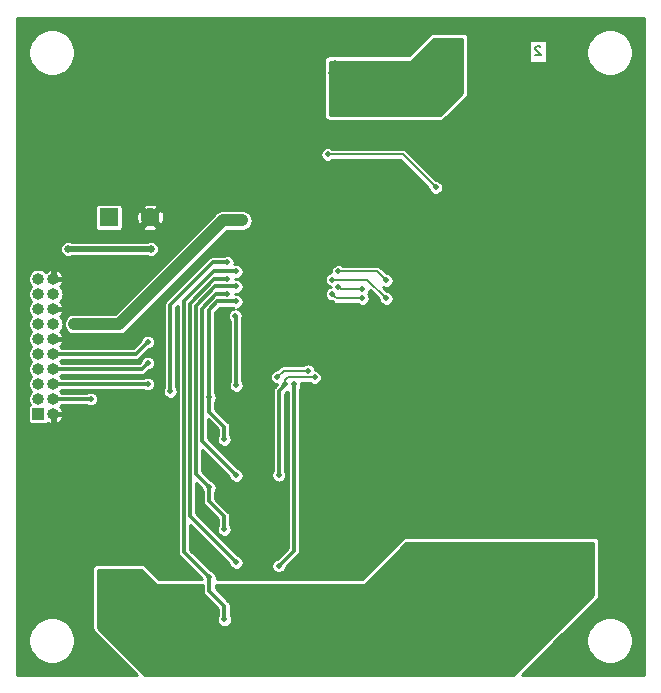
<source format=gbr>
G04 #@! TF.GenerationSoftware,KiCad,Pcbnew,(5.0.0-rc2-dev-185-g935a5ca)*
G04 #@! TF.CreationDate,2018-03-20T09:50:27-05:00*
G04 #@! TF.ProjectId,Power Board,506F77657220426F6172642E6B696361,rev?*
G04 #@! TF.SameCoordinates,Original*
G04 #@! TF.FileFunction,Copper,L2,Bot,Mixed*
G04 #@! TF.FilePolarity,Positive*
%FSLAX46Y46*%
G04 Gerber Fmt 4.6, Leading zero omitted, Abs format (unit mm)*
G04 Created by KiCad (PCBNEW (5.0.0-rc2-dev-185-g935a5ca)) date Tuesday, March 20, 2018 at 09:50:27 AM*
%MOMM*%
%LPD*%
G01*
G04 APERTURE LIST*
%ADD10C,0.150000*%
%ADD11O,1.000000X1.000000*%
%ADD12R,1.000000X1.000000*%
%ADD13R,1.600000X1.600000*%
%ADD14C,1.600000*%
%ADD15C,0.660000*%
%ADD16C,0.508000*%
%ADD17C,1.000000*%
%ADD18C,0.200000*%
%ADD19C,0.300000*%
%ADD20C,0.500000*%
%ADD21C,0.260000*%
%ADD22C,0.250000*%
G04 APERTURE END LIST*
D10*
X241500000Y-86932333D02*
X241466666Y-86899000D01*
X241400000Y-86865666D01*
X241233333Y-86865666D01*
X241166666Y-86899000D01*
X241133333Y-86932333D01*
X241100000Y-86999000D01*
X241100000Y-87065666D01*
X241133333Y-87165666D01*
X241533333Y-87565666D01*
X241100000Y-87565666D01*
D11*
X200279000Y-106553000D03*
X199009000Y-106553000D03*
X200279000Y-107823000D03*
X199009000Y-107823000D03*
X200279000Y-109093000D03*
X199009000Y-109093000D03*
X200279000Y-110363000D03*
X199009000Y-110363000D03*
X200279000Y-111633000D03*
X199009000Y-111633000D03*
X200279000Y-112903000D03*
X199009000Y-112903000D03*
X200279000Y-114173000D03*
X199009000Y-114173000D03*
X200279000Y-115443000D03*
X199009000Y-115443000D03*
X200279000Y-116713000D03*
X199009000Y-116713000D03*
X200279000Y-117983000D03*
D12*
X199009000Y-117983000D03*
D13*
X204978000Y-101346000D03*
D14*
X208478000Y-101346000D03*
D15*
X202057000Y-110363000D03*
X216281000Y-101600000D03*
D16*
X232664000Y-98806006D03*
X223520000Y-96012000D03*
X199644000Y-92710000D03*
X211582000Y-100076000D03*
X216154000Y-103378000D03*
X209042000Y-110744000D03*
X199898000Y-129032000D03*
X201168000Y-130302000D03*
X202438000Y-130302000D03*
X224409000Y-129413000D03*
X224409000Y-121793000D03*
X223139000Y-122428000D03*
X211074000Y-106680000D03*
X217479190Y-97845190D03*
X244348000Y-93472000D03*
X245364000Y-92710000D03*
X244348000Y-91948000D03*
X244348000Y-94234000D03*
X245364000Y-91948000D03*
X244348000Y-92710000D03*
X245364000Y-94996000D03*
X244348000Y-94996000D03*
X245364000Y-93472000D03*
X245364000Y-94234000D03*
X245364000Y-104394000D03*
X245364000Y-105918000D03*
X244348000Y-105156000D03*
X244348000Y-104394000D03*
X245364000Y-102870000D03*
X244348000Y-105918000D03*
X245364000Y-105156000D03*
X244348000Y-103632000D03*
X244348000Y-102870000D03*
X245364000Y-103632000D03*
X245364000Y-115824000D03*
X244348000Y-115824000D03*
X245364000Y-116586000D03*
X244348000Y-116586000D03*
X244348000Y-113538000D03*
X244348000Y-114300000D03*
X245364000Y-113538000D03*
X245364000Y-115062000D03*
X244348000Y-115062000D03*
X245364000Y-114300000D03*
X244348000Y-124460000D03*
X244348000Y-125222000D03*
X244348000Y-125984000D03*
X244348000Y-126746000D03*
X244348000Y-127508000D03*
X245364000Y-127508000D03*
X245364000Y-126746000D03*
X245364000Y-125984000D03*
X245364000Y-125222000D03*
X245364000Y-124460000D03*
X212217000Y-98933000D03*
X223012000Y-90551000D03*
X226314000Y-97536000D03*
X226314000Y-100203000D03*
X227965000Y-93853000D03*
X226822000Y-93853000D03*
X225679000Y-93853000D03*
X214757000Y-86868000D03*
X214122000Y-91948000D03*
X211582000Y-91948000D03*
X210439000Y-86868000D03*
X221107000Y-109474000D03*
X218567000Y-104394000D03*
X205867000Y-98298000D03*
X207137000Y-98298000D03*
X208407000Y-98933000D03*
X216662000Y-98298000D03*
X213357000Y-95528000D03*
X212857000Y-96028000D03*
X212357000Y-96528000D03*
X213357000Y-96528000D03*
X212357000Y-95278000D03*
X212857000Y-94778000D03*
X213357000Y-94278000D03*
X212357000Y-94278000D03*
X208280000Y-115443000D03*
X208280000Y-113665000D03*
X208280000Y-111886994D03*
X232537000Y-89916000D03*
D15*
X224154990Y-88392000D03*
X223901000Y-89154020D03*
X201549000Y-104013000D03*
X208534000Y-104013000D03*
D16*
X215011000Y-105156034D03*
X203454000Y-116713000D03*
X244348000Y-132588000D03*
X245364000Y-132588000D03*
X245364000Y-131826000D03*
X244348000Y-131826000D03*
X244348000Y-131064000D03*
X245364000Y-131064000D03*
X245364000Y-130302000D03*
X244348000Y-130302000D03*
X245364000Y-129540000D03*
X244348000Y-129540000D03*
D15*
X205613000Y-135636000D03*
X204597000Y-135636000D03*
X204597000Y-134620000D03*
X204597000Y-133604000D03*
X204597000Y-132588000D03*
X204597000Y-131572000D03*
X205613000Y-131572000D03*
X205613000Y-132588000D03*
X205613000Y-133604000D03*
X205613000Y-134620000D03*
D16*
X223012000Y-113284000D03*
X217297000Y-114554000D03*
X218694000Y-121793000D03*
X217424000Y-122428000D03*
X216154000Y-121793000D03*
X216154000Y-129413000D03*
X217424000Y-130048000D03*
X218694000Y-129413000D03*
X223139000Y-130048000D03*
X210185000Y-116078000D03*
X215679688Y-109687625D03*
X215773000Y-115570000D03*
X215011000Y-107848000D03*
X215773000Y-123190000D03*
X215773000Y-130556000D03*
X215011000Y-106578000D03*
X221846300Y-114327580D03*
X219257000Y-114844000D03*
X222414370Y-114887590D03*
X219936987Y-115484000D03*
X219375346Y-123158674D03*
X220657000Y-115484000D03*
X219377000Y-130844000D03*
X232537000Y-88900000D03*
X232537000Y-87884000D03*
X232537000Y-86868000D03*
D15*
X224536000Y-91186000D03*
X224536000Y-92138500D03*
D16*
X215773000Y-108458000D03*
X213487000Y-116586000D03*
X214757000Y-120142000D03*
X215773000Y-107188000D03*
X214757000Y-127762000D03*
X213487000Y-124206000D03*
X215773000Y-105918000D03*
X214757000Y-135382000D03*
X213487000Y-131826000D03*
X223898230Y-107824691D03*
X226441000Y-108204000D03*
X224409707Y-107188665D03*
X226441000Y-107442000D03*
X223896513Y-106597045D03*
X228473000Y-108204000D03*
X224409000Y-105918000D03*
X228473000Y-106680000D03*
D17*
X216281000Y-101600000D02*
X214630000Y-101600000D01*
X214630000Y-101600000D02*
X205867000Y-110363000D01*
X205867000Y-110363000D02*
X202057000Y-110363000D01*
D18*
X232410001Y-98552007D02*
X232664000Y-98806006D01*
X229869994Y-96012000D02*
X232410001Y-98552007D01*
X223520000Y-96012000D02*
X229869994Y-96012000D01*
D19*
X200279000Y-115443000D02*
X208280000Y-115443000D01*
X208026001Y-113918999D02*
X208280000Y-113665000D01*
X200279000Y-114173000D02*
X207772000Y-114173000D01*
X207772000Y-114173000D02*
X208026001Y-113918999D01*
X208026001Y-112140993D02*
X208280000Y-111886994D01*
X207263994Y-112903000D02*
X208026001Y-112140993D01*
X200279000Y-112903000D02*
X207263994Y-112903000D01*
D20*
X208534000Y-104013000D02*
X201549000Y-104013000D01*
D19*
X215773000Y-108458000D02*
X214167742Y-108458000D01*
X214167742Y-108458000D02*
X213487000Y-109138742D01*
X213762756Y-105156034D02*
X214651790Y-105156034D01*
X214651790Y-105156034D02*
X215011000Y-105156034D01*
X210185000Y-108733790D02*
X213762756Y-105156034D01*
X210185000Y-116078000D02*
X210185000Y-108733790D01*
X200279000Y-116713000D02*
X203454000Y-116713000D01*
X215773000Y-109780937D02*
X215679688Y-109687625D01*
X215773000Y-115570000D02*
X215773000Y-109780937D01*
X214057531Y-107848000D02*
X214643305Y-107848000D01*
X214643305Y-107848000D02*
X215011000Y-107848000D01*
X215773000Y-123190000D02*
X212840826Y-120257826D01*
X212840826Y-120257826D02*
X212840826Y-109064705D01*
X212840826Y-109064705D02*
X214057531Y-107848000D01*
X211840804Y-126623804D02*
X215513001Y-130296001D01*
X213913287Y-106578000D02*
X211840804Y-108650483D01*
X215011000Y-106578000D02*
X213913287Y-106578000D01*
X211840804Y-108650483D02*
X211840804Y-126623804D01*
X215513001Y-130296001D02*
X215773000Y-130556000D01*
D18*
X219257000Y-114844000D02*
X219773420Y-114327580D01*
X219773420Y-114327580D02*
X221478605Y-114327580D01*
X221478605Y-114327580D02*
X221846300Y-114327580D01*
X220165702Y-114887590D02*
X222046675Y-114887590D01*
X219936987Y-115116305D02*
X220165702Y-114887590D01*
X219936987Y-115484000D02*
X219936987Y-115116305D01*
X222046675Y-114887590D02*
X222414370Y-114887590D01*
D19*
X219676988Y-115743999D02*
X219936987Y-115484000D01*
X219375346Y-123158674D02*
X219375346Y-116045641D01*
X219375346Y-116045641D02*
X219676988Y-115743999D01*
X220657000Y-129564000D02*
X219377000Y-130844000D01*
X220657000Y-115484000D02*
X220657000Y-129564000D01*
X213487000Y-109138742D02*
X213487000Y-116586000D01*
X214757000Y-120142000D02*
X214757000Y-119066788D01*
X214757000Y-119066788D02*
X213487000Y-117796788D01*
X213487000Y-117796788D02*
X213487000Y-116586000D01*
X215405305Y-107188000D02*
X215773000Y-107188000D01*
X214010409Y-107188000D02*
X215405305Y-107188000D01*
X212340815Y-108857594D02*
X214010409Y-107188000D01*
X212340815Y-123059815D02*
X212340815Y-108857594D01*
X213487000Y-124206000D02*
X212340815Y-123059815D01*
X213487000Y-124206000D02*
X213487000Y-125381922D01*
X213487000Y-125381922D02*
X214757000Y-126651922D01*
X214757000Y-126651922D02*
X214757000Y-127762000D01*
X213227001Y-131566001D02*
X213487000Y-131826000D01*
X215773000Y-105918000D02*
X213866165Y-105918000D01*
X213866165Y-105918000D02*
X211340793Y-108443372D01*
X211340793Y-108443372D02*
X211340793Y-129679793D01*
X211340793Y-129679793D02*
X213227001Y-131566001D01*
X213487000Y-131826000D02*
X213487000Y-132976585D01*
X213487000Y-132976585D02*
X214757000Y-134246585D01*
X214757000Y-134246585D02*
X214757000Y-135382000D01*
D18*
X224158229Y-108084690D02*
X223898230Y-107824691D01*
X224277539Y-108204000D02*
X224158229Y-108084690D01*
X226441000Y-108204000D02*
X224277539Y-108204000D01*
X224663042Y-107442000D02*
X224409707Y-107188665D01*
X226441000Y-107442000D02*
X224663042Y-107442000D01*
X228473000Y-108204000D02*
X226866045Y-106597045D01*
X226866045Y-106597045D02*
X223896513Y-106597045D01*
X228473000Y-106680000D02*
X227711000Y-105918000D01*
X227711000Y-105918000D02*
X224409000Y-105918000D01*
D21*
G36*
X245996000Y-133296152D02*
X239214152Y-140078000D01*
X208079848Y-140078000D01*
X204092000Y-136090152D01*
X204092000Y-131194000D01*
X207718152Y-131194000D01*
X208950076Y-132425924D01*
X208992251Y-132454104D01*
X209042000Y-132464000D01*
X212947000Y-132464000D01*
X212947001Y-132923401D01*
X212936422Y-132976585D01*
X212978332Y-133187283D01*
X213067555Y-133320815D01*
X213067558Y-133320818D01*
X213097683Y-133365903D01*
X213142768Y-133396028D01*
X214217000Y-134470260D01*
X214217001Y-135011245D01*
X214211043Y-135017203D01*
X214113000Y-135253900D01*
X214113000Y-135510100D01*
X214211043Y-135746797D01*
X214392203Y-135927957D01*
X214628900Y-136026000D01*
X214885100Y-136026000D01*
X215121797Y-135927957D01*
X215302957Y-135746797D01*
X215401000Y-135510100D01*
X215401000Y-135253900D01*
X215302957Y-135017203D01*
X215297000Y-135011246D01*
X215297000Y-134299764D01*
X215307578Y-134246584D01*
X215297000Y-134193404D01*
X215297000Y-134193400D01*
X215265669Y-134035888D01*
X215146318Y-133857267D01*
X215101231Y-133827141D01*
X214027000Y-132752910D01*
X214027000Y-132464000D01*
X226568000Y-132464000D01*
X226617749Y-132454104D01*
X226659924Y-132425924D01*
X230177848Y-128908000D01*
X245996000Y-128908000D01*
X245996000Y-133296152D01*
X245996000Y-133296152D01*
G37*
X245996000Y-133296152D02*
X239214152Y-140078000D01*
X208079848Y-140078000D01*
X204092000Y-136090152D01*
X204092000Y-131194000D01*
X207718152Y-131194000D01*
X208950076Y-132425924D01*
X208992251Y-132454104D01*
X209042000Y-132464000D01*
X212947000Y-132464000D01*
X212947001Y-132923401D01*
X212936422Y-132976585D01*
X212978332Y-133187283D01*
X213067555Y-133320815D01*
X213067558Y-133320818D01*
X213097683Y-133365903D01*
X213142768Y-133396028D01*
X214217000Y-134470260D01*
X214217001Y-135011245D01*
X214211043Y-135017203D01*
X214113000Y-135253900D01*
X214113000Y-135510100D01*
X214211043Y-135746797D01*
X214392203Y-135927957D01*
X214628900Y-136026000D01*
X214885100Y-136026000D01*
X215121797Y-135927957D01*
X215302957Y-135746797D01*
X215401000Y-135510100D01*
X215401000Y-135253900D01*
X215302957Y-135017203D01*
X215297000Y-135011246D01*
X215297000Y-134299764D01*
X215307578Y-134246584D01*
X215297000Y-134193404D01*
X215297000Y-134193400D01*
X215265669Y-134035888D01*
X215146318Y-133857267D01*
X215101231Y-133827141D01*
X214027000Y-132752910D01*
X214027000Y-132464000D01*
X226568000Y-132464000D01*
X226617749Y-132454104D01*
X226659924Y-132425924D01*
X230177848Y-128908000D01*
X245996000Y-128908000D01*
X245996000Y-133296152D01*
G36*
X234883500Y-90814652D02*
X233054652Y-92643500D01*
X223713500Y-92643500D01*
X223713500Y-88141000D01*
X230568500Y-88141000D01*
X230618249Y-88131104D01*
X230660424Y-88102924D01*
X232527348Y-86236000D01*
X234883500Y-86236000D01*
X234883500Y-90814652D01*
X234883500Y-90814652D01*
G37*
X234883500Y-90814652D02*
X233054652Y-92643500D01*
X223713500Y-92643500D01*
X223713500Y-88141000D01*
X230568500Y-88141000D01*
X230618249Y-88131104D01*
X230660424Y-88102924D01*
X232527348Y-86236000D01*
X234883500Y-86236000D01*
X234883500Y-90814652D01*
D22*
G36*
X250319000Y-140083000D02*
X239937472Y-140083000D01*
X243054993Y-136965479D01*
X245421000Y-136965479D01*
X245421000Y-137354521D01*
X245496898Y-137736086D01*
X245645778Y-138095513D01*
X245861917Y-138418989D01*
X246137011Y-138694083D01*
X246460487Y-138910222D01*
X246819914Y-139059102D01*
X247201479Y-139135000D01*
X247590521Y-139135000D01*
X247972086Y-139059102D01*
X248331513Y-138910222D01*
X248654989Y-138694083D01*
X248930083Y-138418989D01*
X249146222Y-138095513D01*
X249295102Y-137736086D01*
X249371000Y-137354521D01*
X249371000Y-136965479D01*
X249295102Y-136583914D01*
X249146222Y-136224487D01*
X248930083Y-135901011D01*
X248654989Y-135625917D01*
X248331513Y-135409778D01*
X247972086Y-135260898D01*
X247590521Y-135185000D01*
X247201479Y-135185000D01*
X246819914Y-135260898D01*
X246460487Y-135409778D01*
X246137011Y-135625917D01*
X245861917Y-135901011D01*
X245645778Y-136224487D01*
X245496898Y-136583914D01*
X245421000Y-136965479D01*
X243054993Y-136965479D01*
X246398236Y-133622236D01*
X246481694Y-133497333D01*
X246511000Y-133350000D01*
X246511000Y-128778000D01*
X246481694Y-128630667D01*
X246398236Y-128505764D01*
X246273333Y-128422306D01*
X246126000Y-128393000D01*
X230124000Y-128393000D01*
X229976667Y-128422306D01*
X229851764Y-128505764D01*
X226408528Y-131949000D01*
X214103856Y-131949000D01*
X214116000Y-131887951D01*
X214116000Y-131764049D01*
X214091827Y-131642528D01*
X214044412Y-131528057D01*
X213975576Y-131425036D01*
X213887964Y-131337424D01*
X213784943Y-131268588D01*
X213670472Y-131221173D01*
X213613253Y-131209791D01*
X211865793Y-129462332D01*
X211865793Y-127391254D01*
X215156791Y-130682254D01*
X215168173Y-130739472D01*
X215215588Y-130853943D01*
X215284424Y-130956964D01*
X215372036Y-131044576D01*
X215475057Y-131113412D01*
X215589528Y-131160827D01*
X215711049Y-131185000D01*
X215834951Y-131185000D01*
X215956472Y-131160827D01*
X216070943Y-131113412D01*
X216173964Y-131044576D01*
X216261576Y-130956964D01*
X216330412Y-130853943D01*
X216377827Y-130739472D01*
X216402000Y-130617951D01*
X216402000Y-130494049D01*
X216377827Y-130372528D01*
X216330412Y-130258057D01*
X216261576Y-130155036D01*
X216173964Y-130067424D01*
X216070943Y-129998588D01*
X215956472Y-129951173D01*
X215899254Y-129939791D01*
X212365804Y-126406343D01*
X212365804Y-123827265D01*
X212870791Y-124332253D01*
X212882173Y-124389472D01*
X212929588Y-124503943D01*
X212962000Y-124552452D01*
X212962001Y-125356132D01*
X212959461Y-125381922D01*
X212969597Y-125484839D01*
X212999617Y-125583802D01*
X212999618Y-125583803D01*
X213048368Y-125675008D01*
X213113974Y-125754949D01*
X213134005Y-125771388D01*
X214232000Y-126869384D01*
X214232001Y-127415548D01*
X214199588Y-127464057D01*
X214152173Y-127578528D01*
X214128000Y-127700049D01*
X214128000Y-127823951D01*
X214152173Y-127945472D01*
X214199588Y-128059943D01*
X214268424Y-128162964D01*
X214356036Y-128250576D01*
X214459057Y-128319412D01*
X214573528Y-128366827D01*
X214695049Y-128391000D01*
X214818951Y-128391000D01*
X214940472Y-128366827D01*
X215054943Y-128319412D01*
X215157964Y-128250576D01*
X215245576Y-128162964D01*
X215314412Y-128059943D01*
X215361827Y-127945472D01*
X215386000Y-127823951D01*
X215386000Y-127700049D01*
X215361827Y-127578528D01*
X215314412Y-127464057D01*
X215282000Y-127415549D01*
X215282000Y-126677701D01*
X215284539Y-126651921D01*
X215282000Y-126626141D01*
X215282000Y-126626134D01*
X215274403Y-126549004D01*
X215244383Y-126450041D01*
X215195633Y-126358836D01*
X215130027Y-126278895D01*
X215109996Y-126262456D01*
X214012000Y-125164461D01*
X214012000Y-124552451D01*
X214044412Y-124503943D01*
X214091827Y-124389472D01*
X214116000Y-124267951D01*
X214116000Y-124144049D01*
X214091827Y-124022528D01*
X214044412Y-123908057D01*
X213975576Y-123805036D01*
X213887964Y-123717424D01*
X213784943Y-123648588D01*
X213670472Y-123601173D01*
X213613253Y-123589791D01*
X212865815Y-122842354D01*
X212865815Y-121025276D01*
X215156791Y-123316253D01*
X215168173Y-123373472D01*
X215215588Y-123487943D01*
X215284424Y-123590964D01*
X215372036Y-123678576D01*
X215475057Y-123747412D01*
X215589528Y-123794827D01*
X215711049Y-123819000D01*
X215834951Y-123819000D01*
X215956472Y-123794827D01*
X216070943Y-123747412D01*
X216173964Y-123678576D01*
X216261576Y-123590964D01*
X216330412Y-123487943D01*
X216377827Y-123373472D01*
X216402000Y-123251951D01*
X216402000Y-123128049D01*
X216377827Y-123006528D01*
X216330412Y-122892057D01*
X216261576Y-122789036D01*
X216173964Y-122701424D01*
X216070943Y-122632588D01*
X215956472Y-122585173D01*
X215899253Y-122573791D01*
X213365826Y-120040365D01*
X213365826Y-118418075D01*
X214232001Y-119284251D01*
X214232000Y-119795548D01*
X214199588Y-119844057D01*
X214152173Y-119958528D01*
X214128000Y-120080049D01*
X214128000Y-120203951D01*
X214152173Y-120325472D01*
X214199588Y-120439943D01*
X214268424Y-120542964D01*
X214356036Y-120630576D01*
X214459057Y-120699412D01*
X214573528Y-120746827D01*
X214695049Y-120771000D01*
X214818951Y-120771000D01*
X214940472Y-120746827D01*
X215054943Y-120699412D01*
X215157964Y-120630576D01*
X215245576Y-120542964D01*
X215314412Y-120439943D01*
X215361827Y-120325472D01*
X215386000Y-120203951D01*
X215386000Y-120080049D01*
X215361827Y-119958528D01*
X215314412Y-119844057D01*
X215282000Y-119795549D01*
X215282000Y-119092567D01*
X215284539Y-119066787D01*
X215282000Y-119041007D01*
X215282000Y-119041000D01*
X215274403Y-118963870D01*
X215244383Y-118864907D01*
X215195633Y-118773702D01*
X215130027Y-118693761D01*
X215109996Y-118677322D01*
X214012000Y-117579327D01*
X214012000Y-116932451D01*
X214044412Y-116883943D01*
X214091827Y-116769472D01*
X214116000Y-116647951D01*
X214116000Y-116524049D01*
X214091827Y-116402528D01*
X214044412Y-116288057D01*
X214012000Y-116239549D01*
X214012000Y-109356203D01*
X214385204Y-108983000D01*
X215426549Y-108983000D01*
X215475057Y-109015412D01*
X215589528Y-109062827D01*
X215593070Y-109063532D01*
X215496216Y-109082798D01*
X215381745Y-109130213D01*
X215278724Y-109199049D01*
X215191112Y-109286661D01*
X215122276Y-109389682D01*
X215074861Y-109504153D01*
X215050688Y-109625674D01*
X215050688Y-109749576D01*
X215074861Y-109871097D01*
X215122276Y-109985568D01*
X215191112Y-110088589D01*
X215248001Y-110145478D01*
X215248000Y-115223549D01*
X215215588Y-115272057D01*
X215168173Y-115386528D01*
X215144000Y-115508049D01*
X215144000Y-115631951D01*
X215168173Y-115753472D01*
X215215588Y-115867943D01*
X215284424Y-115970964D01*
X215372036Y-116058576D01*
X215475057Y-116127412D01*
X215589528Y-116174827D01*
X215711049Y-116199000D01*
X215834951Y-116199000D01*
X215956472Y-116174827D01*
X216070943Y-116127412D01*
X216173964Y-116058576D01*
X216261576Y-115970964D01*
X216330412Y-115867943D01*
X216377827Y-115753472D01*
X216402000Y-115631951D01*
X216402000Y-115508049D01*
X216377827Y-115386528D01*
X216330412Y-115272057D01*
X216298000Y-115223549D01*
X216298000Y-114782049D01*
X218628000Y-114782049D01*
X218628000Y-114905951D01*
X218652173Y-115027472D01*
X218699588Y-115141943D01*
X218768424Y-115244964D01*
X218856036Y-115332576D01*
X218959057Y-115401412D01*
X219073528Y-115448827D01*
X219195049Y-115473000D01*
X219205526Y-115473000D01*
X219022351Y-115656175D01*
X219002320Y-115672614D01*
X218985881Y-115692645D01*
X218936713Y-115752556D01*
X218887963Y-115843761D01*
X218857943Y-115942724D01*
X218847807Y-116045641D01*
X218850347Y-116071431D01*
X218850346Y-122812223D01*
X218817934Y-122860731D01*
X218770519Y-122975202D01*
X218746346Y-123096723D01*
X218746346Y-123220625D01*
X218770519Y-123342146D01*
X218817934Y-123456617D01*
X218886770Y-123559638D01*
X218974382Y-123647250D01*
X219077403Y-123716086D01*
X219191874Y-123763501D01*
X219313395Y-123787674D01*
X219437297Y-123787674D01*
X219558818Y-123763501D01*
X219673289Y-123716086D01*
X219776310Y-123647250D01*
X219863922Y-123559638D01*
X219932758Y-123456617D01*
X219980173Y-123342146D01*
X220004346Y-123220625D01*
X220004346Y-123096723D01*
X219980173Y-122975202D01*
X219932758Y-122860731D01*
X219900346Y-122812223D01*
X219900346Y-116263102D01*
X220063239Y-116100209D01*
X220120459Y-116088827D01*
X220132000Y-116084047D01*
X220132001Y-129346537D01*
X219250748Y-130227791D01*
X219193528Y-130239173D01*
X219079057Y-130286588D01*
X218976036Y-130355424D01*
X218888424Y-130443036D01*
X218819588Y-130546057D01*
X218772173Y-130660528D01*
X218748000Y-130782049D01*
X218748000Y-130905951D01*
X218772173Y-131027472D01*
X218819588Y-131141943D01*
X218888424Y-131244964D01*
X218976036Y-131332576D01*
X219079057Y-131401412D01*
X219193528Y-131448827D01*
X219315049Y-131473000D01*
X219438951Y-131473000D01*
X219560472Y-131448827D01*
X219674943Y-131401412D01*
X219777964Y-131332576D01*
X219865576Y-131244964D01*
X219934412Y-131141943D01*
X219981827Y-131027472D01*
X219993209Y-130970252D01*
X221009996Y-129953466D01*
X221030027Y-129937027D01*
X221095633Y-129857086D01*
X221144383Y-129765881D01*
X221174403Y-129666918D01*
X221182000Y-129589788D01*
X221182000Y-129589781D01*
X221184539Y-129564001D01*
X221182000Y-129538221D01*
X221182000Y-115830451D01*
X221214412Y-115781943D01*
X221261827Y-115667472D01*
X221286000Y-115545951D01*
X221286000Y-115422049D01*
X221274172Y-115362590D01*
X221999830Y-115362590D01*
X222013406Y-115376166D01*
X222116427Y-115445002D01*
X222230898Y-115492417D01*
X222352419Y-115516590D01*
X222476321Y-115516590D01*
X222597842Y-115492417D01*
X222712313Y-115445002D01*
X222815334Y-115376166D01*
X222902946Y-115288554D01*
X222971782Y-115185533D01*
X223019197Y-115071062D01*
X223043370Y-114949541D01*
X223043370Y-114825639D01*
X223019197Y-114704118D01*
X222971782Y-114589647D01*
X222902946Y-114486626D01*
X222815334Y-114399014D01*
X222712313Y-114330178D01*
X222597842Y-114282763D01*
X222476321Y-114258590D01*
X222473900Y-114258590D01*
X222451127Y-114144108D01*
X222403712Y-114029637D01*
X222334876Y-113926616D01*
X222247264Y-113839004D01*
X222144243Y-113770168D01*
X222029772Y-113722753D01*
X221908251Y-113698580D01*
X221784349Y-113698580D01*
X221662828Y-113722753D01*
X221548357Y-113770168D01*
X221445336Y-113839004D01*
X221431760Y-113852580D01*
X219796751Y-113852580D01*
X219773419Y-113850282D01*
X219680303Y-113859453D01*
X219655817Y-113866881D01*
X219590766Y-113886614D01*
X219508247Y-113930721D01*
X219435919Y-113990079D01*
X219421040Y-114008209D01*
X219214249Y-114215000D01*
X219195049Y-114215000D01*
X219073528Y-114239173D01*
X218959057Y-114286588D01*
X218856036Y-114355424D01*
X218768424Y-114443036D01*
X218699588Y-114546057D01*
X218652173Y-114660528D01*
X218628000Y-114782049D01*
X216298000Y-114782049D01*
X216298000Y-109806716D01*
X216298665Y-109799962D01*
X216308688Y-109749576D01*
X216308688Y-109625674D01*
X216284515Y-109504153D01*
X216237100Y-109389682D01*
X216168264Y-109286661D01*
X216080652Y-109199049D01*
X215977631Y-109130213D01*
X215863160Y-109082798D01*
X215859618Y-109082093D01*
X215956472Y-109062827D01*
X216070943Y-109015412D01*
X216173964Y-108946576D01*
X216261576Y-108858964D01*
X216330412Y-108755943D01*
X216377827Y-108641472D01*
X216402000Y-108519951D01*
X216402000Y-108396049D01*
X216377827Y-108274528D01*
X216330412Y-108160057D01*
X216261576Y-108057036D01*
X216173964Y-107969424D01*
X216070943Y-107900588D01*
X215956472Y-107853173D01*
X215834951Y-107829000D01*
X215711049Y-107829000D01*
X215640000Y-107843133D01*
X215640000Y-107802867D01*
X215711049Y-107817000D01*
X215834951Y-107817000D01*
X215956472Y-107792827D01*
X216070943Y-107745412D01*
X216173964Y-107676576D01*
X216261576Y-107588964D01*
X216330412Y-107485943D01*
X216377827Y-107371472D01*
X216402000Y-107249951D01*
X216402000Y-107126049D01*
X216377827Y-107004528D01*
X216330412Y-106890057D01*
X216261576Y-106787036D01*
X216173964Y-106699424D01*
X216070943Y-106630588D01*
X215956472Y-106583173D01*
X215834951Y-106559000D01*
X215711049Y-106559000D01*
X215640000Y-106573133D01*
X215640000Y-106532867D01*
X215711049Y-106547000D01*
X215834951Y-106547000D01*
X215894804Y-106535094D01*
X223267513Y-106535094D01*
X223267513Y-106658996D01*
X223291686Y-106780517D01*
X223339101Y-106894988D01*
X223407937Y-106998009D01*
X223495549Y-107085621D01*
X223598570Y-107154457D01*
X223713041Y-107201872D01*
X223759124Y-107211039D01*
X223714758Y-107219864D01*
X223600287Y-107267279D01*
X223497266Y-107336115D01*
X223409654Y-107423727D01*
X223340818Y-107526748D01*
X223293403Y-107641219D01*
X223269230Y-107762740D01*
X223269230Y-107886642D01*
X223293403Y-108008163D01*
X223340818Y-108122634D01*
X223409654Y-108225655D01*
X223497266Y-108313267D01*
X223600287Y-108382103D01*
X223714758Y-108429518D01*
X223836279Y-108453691D01*
X223855480Y-108453691D01*
X223925159Y-108523370D01*
X223940038Y-108541501D01*
X224012366Y-108600859D01*
X224088348Y-108641472D01*
X224094885Y-108644966D01*
X224184423Y-108672127D01*
X224277539Y-108681298D01*
X224300871Y-108679000D01*
X226026460Y-108679000D01*
X226040036Y-108692576D01*
X226143057Y-108761412D01*
X226257528Y-108808827D01*
X226379049Y-108833000D01*
X226502951Y-108833000D01*
X226624472Y-108808827D01*
X226738943Y-108761412D01*
X226841964Y-108692576D01*
X226929576Y-108604964D01*
X226998412Y-108501943D01*
X227045827Y-108387472D01*
X227070000Y-108265951D01*
X227070000Y-108142049D01*
X227045827Y-108020528D01*
X226998412Y-107906057D01*
X226942915Y-107823000D01*
X226998412Y-107739943D01*
X227045827Y-107625472D01*
X227070000Y-107503951D01*
X227070000Y-107472751D01*
X227844000Y-108246752D01*
X227844000Y-108265951D01*
X227868173Y-108387472D01*
X227915588Y-108501943D01*
X227984424Y-108604964D01*
X228072036Y-108692576D01*
X228175057Y-108761412D01*
X228289528Y-108808827D01*
X228411049Y-108833000D01*
X228534951Y-108833000D01*
X228656472Y-108808827D01*
X228770943Y-108761412D01*
X228873964Y-108692576D01*
X228961576Y-108604964D01*
X229030412Y-108501943D01*
X229077827Y-108387472D01*
X229102000Y-108265951D01*
X229102000Y-108142049D01*
X229077827Y-108020528D01*
X229030412Y-107906057D01*
X228961576Y-107803036D01*
X228873964Y-107715424D01*
X228770943Y-107646588D01*
X228656472Y-107599173D01*
X228534951Y-107575000D01*
X228515752Y-107575000D01*
X228180360Y-107239608D01*
X228289528Y-107284827D01*
X228411049Y-107309000D01*
X228534951Y-107309000D01*
X228656472Y-107284827D01*
X228770943Y-107237412D01*
X228873964Y-107168576D01*
X228961576Y-107080964D01*
X229030412Y-106977943D01*
X229077827Y-106863472D01*
X229102000Y-106741951D01*
X229102000Y-106618049D01*
X229077827Y-106496528D01*
X229030412Y-106382057D01*
X228961576Y-106279036D01*
X228873964Y-106191424D01*
X228770943Y-106122588D01*
X228656472Y-106075173D01*
X228534951Y-106051000D01*
X228515751Y-106051000D01*
X228063384Y-105598634D01*
X228048501Y-105580499D01*
X227976173Y-105521141D01*
X227893654Y-105477034D01*
X227804116Y-105449873D01*
X227734332Y-105443000D01*
X227711000Y-105440702D01*
X227687668Y-105443000D01*
X224823540Y-105443000D01*
X224809964Y-105429424D01*
X224706943Y-105360588D01*
X224592472Y-105313173D01*
X224470951Y-105289000D01*
X224347049Y-105289000D01*
X224225528Y-105313173D01*
X224111057Y-105360588D01*
X224008036Y-105429424D01*
X223920424Y-105517036D01*
X223851588Y-105620057D01*
X223804173Y-105734528D01*
X223780000Y-105856049D01*
X223780000Y-105978898D01*
X223713041Y-105992218D01*
X223598570Y-106039633D01*
X223495549Y-106108469D01*
X223407937Y-106196081D01*
X223339101Y-106299102D01*
X223291686Y-106413573D01*
X223267513Y-106535094D01*
X215894804Y-106535094D01*
X215956472Y-106522827D01*
X216070943Y-106475412D01*
X216173964Y-106406576D01*
X216261576Y-106318964D01*
X216330412Y-106215943D01*
X216377827Y-106101472D01*
X216402000Y-105979951D01*
X216402000Y-105856049D01*
X216377827Y-105734528D01*
X216330412Y-105620057D01*
X216261576Y-105517036D01*
X216173964Y-105429424D01*
X216070943Y-105360588D01*
X215956472Y-105313173D01*
X215834951Y-105289000D01*
X215711049Y-105289000D01*
X215622364Y-105306641D01*
X215640000Y-105217985D01*
X215640000Y-105094083D01*
X215615827Y-104972562D01*
X215568412Y-104858091D01*
X215499576Y-104755070D01*
X215411964Y-104667458D01*
X215308943Y-104598622D01*
X215194472Y-104551207D01*
X215072951Y-104527034D01*
X214949049Y-104527034D01*
X214827528Y-104551207D01*
X214713057Y-104598622D01*
X214664549Y-104631034D01*
X213788535Y-104631034D01*
X213762755Y-104628495D01*
X213736975Y-104631034D01*
X213736968Y-104631034D01*
X213659838Y-104638631D01*
X213560875Y-104668651D01*
X213469670Y-104717401D01*
X213389729Y-104783007D01*
X213373290Y-104803038D01*
X209832005Y-108344324D01*
X209811974Y-108360763D01*
X209795535Y-108380794D01*
X209746367Y-108440705D01*
X209697617Y-108531910D01*
X209667597Y-108630873D01*
X209657461Y-108733790D01*
X209660001Y-108759580D01*
X209660000Y-115731549D01*
X209627588Y-115780057D01*
X209580173Y-115894528D01*
X209556000Y-116016049D01*
X209556000Y-116139951D01*
X209580173Y-116261472D01*
X209627588Y-116375943D01*
X209696424Y-116478964D01*
X209784036Y-116566576D01*
X209887057Y-116635412D01*
X210001528Y-116682827D01*
X210123049Y-116707000D01*
X210246951Y-116707000D01*
X210368472Y-116682827D01*
X210482943Y-116635412D01*
X210585964Y-116566576D01*
X210673576Y-116478964D01*
X210742412Y-116375943D01*
X210789827Y-116261472D01*
X210814000Y-116139951D01*
X210814000Y-116016049D01*
X210789827Y-115894528D01*
X210742412Y-115780057D01*
X210710000Y-115731549D01*
X210710000Y-108951251D01*
X210815793Y-108845458D01*
X210815794Y-129654003D01*
X210813254Y-129679793D01*
X210823390Y-129782710D01*
X210853410Y-129881673D01*
X210902160Y-129972878D01*
X210926811Y-130002915D01*
X210967767Y-130052820D01*
X210987798Y-130069259D01*
X212867538Y-131949000D01*
X209201472Y-131949000D01*
X208044236Y-130791764D01*
X207919333Y-130708306D01*
X207772000Y-130679000D01*
X203962000Y-130679000D01*
X203814667Y-130708306D01*
X203689764Y-130791764D01*
X203606306Y-130916667D01*
X203577000Y-131064000D01*
X203577000Y-136144000D01*
X203606306Y-136291333D01*
X203689764Y-136416236D01*
X207356528Y-140083000D01*
X197229000Y-140083000D01*
X197229000Y-136965479D01*
X198177000Y-136965479D01*
X198177000Y-137354521D01*
X198252898Y-137736086D01*
X198401778Y-138095513D01*
X198617917Y-138418989D01*
X198893011Y-138694083D01*
X199216487Y-138910222D01*
X199575914Y-139059102D01*
X199957479Y-139135000D01*
X200346521Y-139135000D01*
X200728086Y-139059102D01*
X201087513Y-138910222D01*
X201410989Y-138694083D01*
X201686083Y-138418989D01*
X201902222Y-138095513D01*
X202051102Y-137736086D01*
X202127000Y-137354521D01*
X202127000Y-136965479D01*
X202051102Y-136583914D01*
X201902222Y-136224487D01*
X201686083Y-135901011D01*
X201410989Y-135625917D01*
X201087513Y-135409778D01*
X200728086Y-135260898D01*
X200346521Y-135185000D01*
X199957479Y-135185000D01*
X199575914Y-135260898D01*
X199216487Y-135409778D01*
X198893011Y-135625917D01*
X198617917Y-135901011D01*
X198401778Y-136224487D01*
X198252898Y-136583914D01*
X198177000Y-136965479D01*
X197229000Y-136965479D01*
X197229000Y-106553000D01*
X198129767Y-106553000D01*
X198146661Y-106724530D01*
X198196695Y-106889468D01*
X198277944Y-107041476D01*
X198387288Y-107174712D01*
X198403479Y-107188000D01*
X198387288Y-107201288D01*
X198277944Y-107334524D01*
X198196695Y-107486532D01*
X198146661Y-107651470D01*
X198129767Y-107823000D01*
X198146661Y-107994530D01*
X198196695Y-108159468D01*
X198277944Y-108311476D01*
X198387288Y-108444712D01*
X198403479Y-108458000D01*
X198387288Y-108471288D01*
X198277944Y-108604524D01*
X198196695Y-108756532D01*
X198146661Y-108921470D01*
X198129767Y-109093000D01*
X198146661Y-109264530D01*
X198196695Y-109429468D01*
X198277944Y-109581476D01*
X198387288Y-109714712D01*
X198403479Y-109728000D01*
X198387288Y-109741288D01*
X198277944Y-109874524D01*
X198196695Y-110026532D01*
X198146661Y-110191470D01*
X198129767Y-110363000D01*
X198146661Y-110534530D01*
X198196695Y-110699468D01*
X198277944Y-110851476D01*
X198387288Y-110984712D01*
X198403479Y-110998000D01*
X198387288Y-111011288D01*
X198277944Y-111144524D01*
X198196695Y-111296532D01*
X198146661Y-111461470D01*
X198129767Y-111633000D01*
X198146661Y-111804530D01*
X198196695Y-111969468D01*
X198277944Y-112121476D01*
X198387288Y-112254712D01*
X198403479Y-112268000D01*
X198387288Y-112281288D01*
X198277944Y-112414524D01*
X198196695Y-112566532D01*
X198146661Y-112731470D01*
X198129767Y-112903000D01*
X198146661Y-113074530D01*
X198196695Y-113239468D01*
X198277944Y-113391476D01*
X198387288Y-113524712D01*
X198403479Y-113538000D01*
X198387288Y-113551288D01*
X198277944Y-113684524D01*
X198196695Y-113836532D01*
X198146661Y-114001470D01*
X198129767Y-114173000D01*
X198146661Y-114344530D01*
X198196695Y-114509468D01*
X198277944Y-114661476D01*
X198387288Y-114794712D01*
X198403479Y-114808000D01*
X198387288Y-114821288D01*
X198277944Y-114954524D01*
X198196695Y-115106532D01*
X198146661Y-115271470D01*
X198129767Y-115443000D01*
X198146661Y-115614530D01*
X198196695Y-115779468D01*
X198277944Y-115931476D01*
X198387288Y-116064712D01*
X198403479Y-116078000D01*
X198387288Y-116091288D01*
X198277944Y-116224524D01*
X198196695Y-116376532D01*
X198146661Y-116541470D01*
X198129767Y-116713000D01*
X198146661Y-116884530D01*
X198196695Y-117049468D01*
X198272754Y-117191766D01*
X198242552Y-117216552D01*
X198195691Y-117273653D01*
X198160869Y-117338800D01*
X198139426Y-117409487D01*
X198132186Y-117483000D01*
X198132186Y-118483000D01*
X198139426Y-118556513D01*
X198160869Y-118627200D01*
X198195691Y-118692347D01*
X198242552Y-118749448D01*
X198299653Y-118796309D01*
X198364800Y-118831131D01*
X198435487Y-118852574D01*
X198509000Y-118859814D01*
X199509000Y-118859814D01*
X199582513Y-118852574D01*
X199653200Y-118831131D01*
X199718347Y-118796309D01*
X199775448Y-118749448D01*
X199804872Y-118713595D01*
X199861977Y-118752241D01*
X200020061Y-118818817D01*
X200154000Y-118755284D01*
X200154000Y-118108000D01*
X200404000Y-118108000D01*
X200404000Y-118755284D01*
X200537939Y-118818817D01*
X200696023Y-118752241D01*
X200838081Y-118656103D01*
X200958654Y-118534098D01*
X201053109Y-118390915D01*
X201114808Y-118241937D01*
X201050185Y-118108000D01*
X200404000Y-118108000D01*
X200154000Y-118108000D01*
X200134000Y-118108000D01*
X200134000Y-117858000D01*
X200154000Y-117858000D01*
X200154000Y-117838000D01*
X200404000Y-117838000D01*
X200404000Y-117858000D01*
X201050185Y-117858000D01*
X201114808Y-117724063D01*
X201053109Y-117575085D01*
X200958654Y-117431902D01*
X200879670Y-117351980D01*
X200900712Y-117334712D01*
X200980082Y-117238000D01*
X203107549Y-117238000D01*
X203156057Y-117270412D01*
X203270528Y-117317827D01*
X203392049Y-117342000D01*
X203515951Y-117342000D01*
X203637472Y-117317827D01*
X203751943Y-117270412D01*
X203854964Y-117201576D01*
X203942576Y-117113964D01*
X204011412Y-117010943D01*
X204058827Y-116896472D01*
X204083000Y-116774951D01*
X204083000Y-116651049D01*
X204058827Y-116529528D01*
X204011412Y-116415057D01*
X203942576Y-116312036D01*
X203854964Y-116224424D01*
X203751943Y-116155588D01*
X203637472Y-116108173D01*
X203515951Y-116084000D01*
X203392049Y-116084000D01*
X203270528Y-116108173D01*
X203156057Y-116155588D01*
X203107549Y-116188000D01*
X200980082Y-116188000D01*
X200900712Y-116091288D01*
X200884521Y-116078000D01*
X200900712Y-116064712D01*
X200980082Y-115968000D01*
X207933549Y-115968000D01*
X207982057Y-116000412D01*
X208096528Y-116047827D01*
X208218049Y-116072000D01*
X208341951Y-116072000D01*
X208463472Y-116047827D01*
X208577943Y-116000412D01*
X208680964Y-115931576D01*
X208768576Y-115843964D01*
X208837412Y-115740943D01*
X208884827Y-115626472D01*
X208909000Y-115504951D01*
X208909000Y-115381049D01*
X208884827Y-115259528D01*
X208837412Y-115145057D01*
X208768576Y-115042036D01*
X208680964Y-114954424D01*
X208577943Y-114885588D01*
X208463472Y-114838173D01*
X208341951Y-114814000D01*
X208218049Y-114814000D01*
X208096528Y-114838173D01*
X207982057Y-114885588D01*
X207933549Y-114918000D01*
X200980082Y-114918000D01*
X200900712Y-114821288D01*
X200884521Y-114808000D01*
X200900712Y-114794712D01*
X200980082Y-114698000D01*
X207746220Y-114698000D01*
X207772000Y-114700539D01*
X207797780Y-114698000D01*
X207797788Y-114698000D01*
X207874918Y-114690403D01*
X207973881Y-114660383D01*
X208065086Y-114611633D01*
X208145027Y-114546027D01*
X208161471Y-114525990D01*
X208406252Y-114281209D01*
X208463472Y-114269827D01*
X208577943Y-114222412D01*
X208680964Y-114153576D01*
X208768576Y-114065964D01*
X208837412Y-113962943D01*
X208884827Y-113848472D01*
X208909000Y-113726951D01*
X208909000Y-113603049D01*
X208884827Y-113481528D01*
X208837412Y-113367057D01*
X208768576Y-113264036D01*
X208680964Y-113176424D01*
X208577943Y-113107588D01*
X208463472Y-113060173D01*
X208341951Y-113036000D01*
X208218049Y-113036000D01*
X208096528Y-113060173D01*
X207982057Y-113107588D01*
X207879036Y-113176424D01*
X207791424Y-113264036D01*
X207722588Y-113367057D01*
X207675173Y-113481528D01*
X207663791Y-113538748D01*
X207554539Y-113648000D01*
X200980082Y-113648000D01*
X200900712Y-113551288D01*
X200884521Y-113538000D01*
X200900712Y-113524712D01*
X200980082Y-113428000D01*
X207238214Y-113428000D01*
X207263994Y-113430539D01*
X207289774Y-113428000D01*
X207289782Y-113428000D01*
X207366912Y-113420403D01*
X207465875Y-113390383D01*
X207557080Y-113341633D01*
X207637021Y-113276027D01*
X207653465Y-113255990D01*
X208406253Y-112503203D01*
X208463472Y-112491821D01*
X208577943Y-112444406D01*
X208680964Y-112375570D01*
X208768576Y-112287958D01*
X208837412Y-112184937D01*
X208884827Y-112070466D01*
X208909000Y-111948945D01*
X208909000Y-111825043D01*
X208884827Y-111703522D01*
X208837412Y-111589051D01*
X208768576Y-111486030D01*
X208680964Y-111398418D01*
X208577943Y-111329582D01*
X208463472Y-111282167D01*
X208341951Y-111257994D01*
X208218049Y-111257994D01*
X208096528Y-111282167D01*
X207982057Y-111329582D01*
X207879036Y-111398418D01*
X207791424Y-111486030D01*
X207722588Y-111589051D01*
X207675173Y-111703522D01*
X207663791Y-111760741D01*
X207046533Y-112378000D01*
X200980082Y-112378000D01*
X200900712Y-112281288D01*
X200879670Y-112264020D01*
X200958654Y-112184098D01*
X201053109Y-112040915D01*
X201114808Y-111891937D01*
X201050185Y-111758000D01*
X200404000Y-111758000D01*
X200404000Y-111778000D01*
X200154000Y-111778000D01*
X200154000Y-111758000D01*
X200134000Y-111758000D01*
X200134000Y-111508000D01*
X200154000Y-111508000D01*
X200154000Y-111488000D01*
X200404000Y-111488000D01*
X200404000Y-111508000D01*
X201050185Y-111508000D01*
X201114808Y-111374063D01*
X201053109Y-111225085D01*
X200958654Y-111081902D01*
X200879670Y-111001980D01*
X200900712Y-110984712D01*
X201010056Y-110851476D01*
X201091305Y-110699468D01*
X201141339Y-110534530D01*
X201158233Y-110363000D01*
X201177767Y-110363000D01*
X201194661Y-110534530D01*
X201244695Y-110699468D01*
X201325944Y-110851476D01*
X201435288Y-110984712D01*
X201568524Y-111094056D01*
X201720532Y-111175305D01*
X201885470Y-111225339D01*
X202014021Y-111238000D01*
X205824021Y-111238000D01*
X205867000Y-111242233D01*
X205909979Y-111238000D01*
X206038530Y-111225339D01*
X206203468Y-111175305D01*
X206355476Y-111094056D01*
X206488712Y-110984712D01*
X206516117Y-110951319D01*
X214992437Y-102475000D01*
X216323979Y-102475000D01*
X216452530Y-102462339D01*
X216617468Y-102412305D01*
X216769476Y-102331056D01*
X216902712Y-102221712D01*
X217012056Y-102088476D01*
X217093305Y-101936468D01*
X217143339Y-101771530D01*
X217160233Y-101600000D01*
X217143339Y-101428470D01*
X217093305Y-101263532D01*
X217012056Y-101111524D01*
X216902712Y-100978288D01*
X216769476Y-100868944D01*
X216617468Y-100787695D01*
X216452530Y-100737661D01*
X216323979Y-100725000D01*
X214672978Y-100725000D01*
X214629999Y-100720767D01*
X214458469Y-100737661D01*
X214420080Y-100749306D01*
X214293532Y-100787695D01*
X214141524Y-100868944D01*
X214008288Y-100978288D01*
X213980888Y-101011675D01*
X205504564Y-109488000D01*
X202014021Y-109488000D01*
X201885470Y-109500661D01*
X201720532Y-109550695D01*
X201568524Y-109631944D01*
X201435288Y-109741288D01*
X201325944Y-109874524D01*
X201244695Y-110026532D01*
X201194661Y-110191470D01*
X201177767Y-110363000D01*
X201158233Y-110363000D01*
X201141339Y-110191470D01*
X201091305Y-110026532D01*
X201010056Y-109874524D01*
X200900712Y-109741288D01*
X200879670Y-109724020D01*
X200958654Y-109644098D01*
X201053109Y-109500915D01*
X201114808Y-109351937D01*
X201050185Y-109218000D01*
X200404000Y-109218000D01*
X200404000Y-109238000D01*
X200154000Y-109238000D01*
X200154000Y-109218000D01*
X200134000Y-109218000D01*
X200134000Y-108968000D01*
X200154000Y-108968000D01*
X200154000Y-108948000D01*
X200404000Y-108948000D01*
X200404000Y-108968000D01*
X201050185Y-108968000D01*
X201114808Y-108834063D01*
X201053109Y-108685085D01*
X200958654Y-108541902D01*
X200879670Y-108461980D01*
X200900712Y-108444712D01*
X201010056Y-108311476D01*
X201091305Y-108159468D01*
X201141339Y-107994530D01*
X201158233Y-107823000D01*
X201141339Y-107651470D01*
X201091305Y-107486532D01*
X201010056Y-107334524D01*
X200900712Y-107201288D01*
X200879670Y-107184020D01*
X200958654Y-107104098D01*
X201053109Y-106960915D01*
X201114808Y-106811937D01*
X201050185Y-106678000D01*
X200404000Y-106678000D01*
X200404000Y-106698000D01*
X200154000Y-106698000D01*
X200154000Y-106678000D01*
X200134000Y-106678000D01*
X200134000Y-106428000D01*
X200154000Y-106428000D01*
X200154000Y-105780716D01*
X200404000Y-105780716D01*
X200404000Y-106428000D01*
X201050185Y-106428000D01*
X201114808Y-106294063D01*
X201053109Y-106145085D01*
X200958654Y-106001902D01*
X200838081Y-105879897D01*
X200696023Y-105783759D01*
X200537939Y-105717183D01*
X200404000Y-105780716D01*
X200154000Y-105780716D01*
X200020061Y-105717183D01*
X199861977Y-105783759D01*
X199719919Y-105879897D01*
X199648142Y-105952526D01*
X199630712Y-105931288D01*
X199497476Y-105821944D01*
X199345468Y-105740695D01*
X199180530Y-105690661D01*
X199051979Y-105678000D01*
X198966021Y-105678000D01*
X198837470Y-105690661D01*
X198672532Y-105740695D01*
X198520524Y-105821944D01*
X198387288Y-105931288D01*
X198277944Y-106064524D01*
X198196695Y-106216532D01*
X198146661Y-106381470D01*
X198129767Y-106553000D01*
X197229000Y-106553000D01*
X197229000Y-103943564D01*
X200844000Y-103943564D01*
X200844000Y-104082436D01*
X200871093Y-104218641D01*
X200924237Y-104346943D01*
X201001391Y-104462411D01*
X201099589Y-104560609D01*
X201215057Y-104637763D01*
X201343359Y-104690907D01*
X201479564Y-104718000D01*
X201618436Y-104718000D01*
X201754641Y-104690907D01*
X201882371Y-104638000D01*
X208200629Y-104638000D01*
X208328359Y-104690907D01*
X208464564Y-104718000D01*
X208603436Y-104718000D01*
X208739641Y-104690907D01*
X208867943Y-104637763D01*
X208983411Y-104560609D01*
X209081609Y-104462411D01*
X209158763Y-104346943D01*
X209211907Y-104218641D01*
X209239000Y-104082436D01*
X209239000Y-103943564D01*
X209211907Y-103807359D01*
X209158763Y-103679057D01*
X209081609Y-103563589D01*
X208983411Y-103465391D01*
X208867943Y-103388237D01*
X208739641Y-103335093D01*
X208603436Y-103308000D01*
X208464564Y-103308000D01*
X208328359Y-103335093D01*
X208200629Y-103388000D01*
X201882371Y-103388000D01*
X201754641Y-103335093D01*
X201618436Y-103308000D01*
X201479564Y-103308000D01*
X201343359Y-103335093D01*
X201215057Y-103388237D01*
X201099589Y-103465391D01*
X201001391Y-103563589D01*
X200924237Y-103679057D01*
X200871093Y-103807359D01*
X200844000Y-103943564D01*
X197229000Y-103943564D01*
X197229000Y-100546000D01*
X203801186Y-100546000D01*
X203801186Y-102146000D01*
X203808426Y-102219513D01*
X203829869Y-102290200D01*
X203864691Y-102355347D01*
X203911552Y-102412448D01*
X203968653Y-102459309D01*
X204033800Y-102494131D01*
X204104487Y-102515574D01*
X204178000Y-102522814D01*
X205778000Y-102522814D01*
X205851513Y-102515574D01*
X205922200Y-102494131D01*
X205987347Y-102459309D01*
X206044448Y-102412448D01*
X206091309Y-102355347D01*
X206126131Y-102290200D01*
X206147574Y-102219513D01*
X206149705Y-102197868D01*
X207802909Y-102197868D01*
X207889039Y-102369299D01*
X208099991Y-102464537D01*
X208325470Y-102516791D01*
X208556811Y-102524051D01*
X208785123Y-102486040D01*
X209001632Y-102404218D01*
X209066961Y-102369299D01*
X209153091Y-102197868D01*
X208478000Y-101522777D01*
X207802909Y-102197868D01*
X206149705Y-102197868D01*
X206154814Y-102146000D01*
X206154814Y-101424811D01*
X207299949Y-101424811D01*
X207337960Y-101653123D01*
X207419782Y-101869632D01*
X207454701Y-101934961D01*
X207626132Y-102021091D01*
X208301223Y-101346000D01*
X208654777Y-101346000D01*
X209329868Y-102021091D01*
X209501299Y-101934961D01*
X209596537Y-101724009D01*
X209648791Y-101498530D01*
X209656051Y-101267189D01*
X209618040Y-101038877D01*
X209536218Y-100822368D01*
X209501299Y-100757039D01*
X209329868Y-100670909D01*
X208654777Y-101346000D01*
X208301223Y-101346000D01*
X207626132Y-100670909D01*
X207454701Y-100757039D01*
X207359463Y-100967991D01*
X207307209Y-101193470D01*
X207299949Y-101424811D01*
X206154814Y-101424811D01*
X206154814Y-100546000D01*
X206149706Y-100494132D01*
X207802909Y-100494132D01*
X208478000Y-101169223D01*
X209153091Y-100494132D01*
X209066961Y-100322701D01*
X208856009Y-100227463D01*
X208630530Y-100175209D01*
X208399189Y-100167949D01*
X208170877Y-100205960D01*
X207954368Y-100287782D01*
X207889039Y-100322701D01*
X207802909Y-100494132D01*
X206149706Y-100494132D01*
X206147574Y-100472487D01*
X206126131Y-100401800D01*
X206091309Y-100336653D01*
X206044448Y-100279552D01*
X205987347Y-100232691D01*
X205922200Y-100197869D01*
X205851513Y-100176426D01*
X205778000Y-100169186D01*
X204178000Y-100169186D01*
X204104487Y-100176426D01*
X204033800Y-100197869D01*
X203968653Y-100232691D01*
X203911552Y-100279552D01*
X203864691Y-100336653D01*
X203829869Y-100401800D01*
X203808426Y-100472487D01*
X203801186Y-100546000D01*
X197229000Y-100546000D01*
X197229000Y-95950049D01*
X222891000Y-95950049D01*
X222891000Y-96073951D01*
X222915173Y-96195472D01*
X222962588Y-96309943D01*
X223031424Y-96412964D01*
X223119036Y-96500576D01*
X223222057Y-96569412D01*
X223336528Y-96616827D01*
X223458049Y-96641000D01*
X223581951Y-96641000D01*
X223703472Y-96616827D01*
X223817943Y-96569412D01*
X223920964Y-96500576D01*
X223934540Y-96487000D01*
X229673244Y-96487000D01*
X232035000Y-98848757D01*
X232035000Y-98867957D01*
X232059173Y-98989478D01*
X232106588Y-99103949D01*
X232175424Y-99206970D01*
X232263036Y-99294582D01*
X232366057Y-99363418D01*
X232480528Y-99410833D01*
X232602049Y-99435006D01*
X232725951Y-99435006D01*
X232847472Y-99410833D01*
X232961943Y-99363418D01*
X233064964Y-99294582D01*
X233152576Y-99206970D01*
X233221412Y-99103949D01*
X233268827Y-98989478D01*
X233293000Y-98867957D01*
X233293000Y-98744055D01*
X233268827Y-98622534D01*
X233221412Y-98508063D01*
X233152576Y-98405042D01*
X233064964Y-98317430D01*
X232961943Y-98248594D01*
X232847472Y-98201179D01*
X232725951Y-98177006D01*
X232706751Y-98177006D01*
X230222378Y-95692634D01*
X230207495Y-95674499D01*
X230135167Y-95615141D01*
X230052648Y-95571034D01*
X229963110Y-95543873D01*
X229893326Y-95537000D01*
X229869994Y-95534702D01*
X229846662Y-95537000D01*
X223934540Y-95537000D01*
X223920964Y-95523424D01*
X223817943Y-95454588D01*
X223703472Y-95407173D01*
X223581951Y-95383000D01*
X223458049Y-95383000D01*
X223336528Y-95407173D01*
X223222057Y-95454588D01*
X223119036Y-95523424D01*
X223031424Y-95611036D01*
X222962588Y-95714057D01*
X222915173Y-95828528D01*
X222891000Y-95950049D01*
X197229000Y-95950049D01*
X197229000Y-87181479D01*
X198177000Y-87181479D01*
X198177000Y-87570521D01*
X198252898Y-87952086D01*
X198401778Y-88311513D01*
X198617917Y-88634989D01*
X198893011Y-88910083D01*
X199216487Y-89126222D01*
X199575914Y-89275102D01*
X199957479Y-89351000D01*
X200346521Y-89351000D01*
X200728086Y-89275102D01*
X201087513Y-89126222D01*
X201149828Y-89084584D01*
X223196000Y-89084584D01*
X223196000Y-89223456D01*
X223198500Y-89236024D01*
X223198500Y-92773500D01*
X223227806Y-92920833D01*
X223311264Y-93045736D01*
X223436167Y-93129194D01*
X223583500Y-93158500D01*
X233108500Y-93158500D01*
X233255833Y-93129194D01*
X233380736Y-93045736D01*
X235285736Y-91140736D01*
X235369194Y-91015833D01*
X235398500Y-90868500D01*
X235398500Y-86332500D01*
X240516667Y-86332500D01*
X240516667Y-88282500D01*
X242083334Y-88282500D01*
X242083334Y-87181479D01*
X245421000Y-87181479D01*
X245421000Y-87570521D01*
X245496898Y-87952086D01*
X245645778Y-88311513D01*
X245861917Y-88634989D01*
X246137011Y-88910083D01*
X246460487Y-89126222D01*
X246819914Y-89275102D01*
X247201479Y-89351000D01*
X247590521Y-89351000D01*
X247972086Y-89275102D01*
X248331513Y-89126222D01*
X248654989Y-88910083D01*
X248930083Y-88634989D01*
X249146222Y-88311513D01*
X249295102Y-87952086D01*
X249371000Y-87570521D01*
X249371000Y-87181479D01*
X249295102Y-86799914D01*
X249146222Y-86440487D01*
X248930083Y-86117011D01*
X248654989Y-85841917D01*
X248331513Y-85625778D01*
X247972086Y-85476898D01*
X247590521Y-85401000D01*
X247201479Y-85401000D01*
X246819914Y-85476898D01*
X246460487Y-85625778D01*
X246137011Y-85841917D01*
X245861917Y-86117011D01*
X245645778Y-86440487D01*
X245496898Y-86799914D01*
X245421000Y-87181479D01*
X242083334Y-87181479D01*
X242083334Y-86332500D01*
X240516667Y-86332500D01*
X235398500Y-86332500D01*
X235398500Y-86106000D01*
X235369194Y-85958667D01*
X235285736Y-85833764D01*
X235160833Y-85750306D01*
X235013500Y-85721000D01*
X232473500Y-85721000D01*
X232326167Y-85750306D01*
X232201264Y-85833764D01*
X230409028Y-87626000D01*
X223583500Y-87626000D01*
X223436167Y-87655306D01*
X223311264Y-87738764D01*
X223227806Y-87863667D01*
X223198500Y-88011000D01*
X223198500Y-89072016D01*
X223196000Y-89084584D01*
X201149828Y-89084584D01*
X201410989Y-88910083D01*
X201686083Y-88634989D01*
X201902222Y-88311513D01*
X202051102Y-87952086D01*
X202127000Y-87570521D01*
X202127000Y-87181479D01*
X202051102Y-86799914D01*
X201902222Y-86440487D01*
X201686083Y-86117011D01*
X201410989Y-85841917D01*
X201087513Y-85625778D01*
X200728086Y-85476898D01*
X200346521Y-85401000D01*
X199957479Y-85401000D01*
X199575914Y-85476898D01*
X199216487Y-85625778D01*
X198893011Y-85841917D01*
X198617917Y-86117011D01*
X198401778Y-86440487D01*
X198252898Y-86799914D01*
X198177000Y-87181479D01*
X197229000Y-87181479D01*
X197229000Y-84453000D01*
X250319000Y-84453000D01*
X250319000Y-140083000D01*
X250319000Y-140083000D01*
G37*
X250319000Y-140083000D02*
X239937472Y-140083000D01*
X243054993Y-136965479D01*
X245421000Y-136965479D01*
X245421000Y-137354521D01*
X245496898Y-137736086D01*
X245645778Y-138095513D01*
X245861917Y-138418989D01*
X246137011Y-138694083D01*
X246460487Y-138910222D01*
X246819914Y-139059102D01*
X247201479Y-139135000D01*
X247590521Y-139135000D01*
X247972086Y-139059102D01*
X248331513Y-138910222D01*
X248654989Y-138694083D01*
X248930083Y-138418989D01*
X249146222Y-138095513D01*
X249295102Y-137736086D01*
X249371000Y-137354521D01*
X249371000Y-136965479D01*
X249295102Y-136583914D01*
X249146222Y-136224487D01*
X248930083Y-135901011D01*
X248654989Y-135625917D01*
X248331513Y-135409778D01*
X247972086Y-135260898D01*
X247590521Y-135185000D01*
X247201479Y-135185000D01*
X246819914Y-135260898D01*
X246460487Y-135409778D01*
X246137011Y-135625917D01*
X245861917Y-135901011D01*
X245645778Y-136224487D01*
X245496898Y-136583914D01*
X245421000Y-136965479D01*
X243054993Y-136965479D01*
X246398236Y-133622236D01*
X246481694Y-133497333D01*
X246511000Y-133350000D01*
X246511000Y-128778000D01*
X246481694Y-128630667D01*
X246398236Y-128505764D01*
X246273333Y-128422306D01*
X246126000Y-128393000D01*
X230124000Y-128393000D01*
X229976667Y-128422306D01*
X229851764Y-128505764D01*
X226408528Y-131949000D01*
X214103856Y-131949000D01*
X214116000Y-131887951D01*
X214116000Y-131764049D01*
X214091827Y-131642528D01*
X214044412Y-131528057D01*
X213975576Y-131425036D01*
X213887964Y-131337424D01*
X213784943Y-131268588D01*
X213670472Y-131221173D01*
X213613253Y-131209791D01*
X211865793Y-129462332D01*
X211865793Y-127391254D01*
X215156791Y-130682254D01*
X215168173Y-130739472D01*
X215215588Y-130853943D01*
X215284424Y-130956964D01*
X215372036Y-131044576D01*
X215475057Y-131113412D01*
X215589528Y-131160827D01*
X215711049Y-131185000D01*
X215834951Y-131185000D01*
X215956472Y-131160827D01*
X216070943Y-131113412D01*
X216173964Y-131044576D01*
X216261576Y-130956964D01*
X216330412Y-130853943D01*
X216377827Y-130739472D01*
X216402000Y-130617951D01*
X216402000Y-130494049D01*
X216377827Y-130372528D01*
X216330412Y-130258057D01*
X216261576Y-130155036D01*
X216173964Y-130067424D01*
X216070943Y-129998588D01*
X215956472Y-129951173D01*
X215899254Y-129939791D01*
X212365804Y-126406343D01*
X212365804Y-123827265D01*
X212870791Y-124332253D01*
X212882173Y-124389472D01*
X212929588Y-124503943D01*
X212962000Y-124552452D01*
X212962001Y-125356132D01*
X212959461Y-125381922D01*
X212969597Y-125484839D01*
X212999617Y-125583802D01*
X212999618Y-125583803D01*
X213048368Y-125675008D01*
X213113974Y-125754949D01*
X213134005Y-125771388D01*
X214232000Y-126869384D01*
X214232001Y-127415548D01*
X214199588Y-127464057D01*
X214152173Y-127578528D01*
X214128000Y-127700049D01*
X214128000Y-127823951D01*
X214152173Y-127945472D01*
X214199588Y-128059943D01*
X214268424Y-128162964D01*
X214356036Y-128250576D01*
X214459057Y-128319412D01*
X214573528Y-128366827D01*
X214695049Y-128391000D01*
X214818951Y-128391000D01*
X214940472Y-128366827D01*
X215054943Y-128319412D01*
X215157964Y-128250576D01*
X215245576Y-128162964D01*
X215314412Y-128059943D01*
X215361827Y-127945472D01*
X215386000Y-127823951D01*
X215386000Y-127700049D01*
X215361827Y-127578528D01*
X215314412Y-127464057D01*
X215282000Y-127415549D01*
X215282000Y-126677701D01*
X215284539Y-126651921D01*
X215282000Y-126626141D01*
X215282000Y-126626134D01*
X215274403Y-126549004D01*
X215244383Y-126450041D01*
X215195633Y-126358836D01*
X215130027Y-126278895D01*
X215109996Y-126262456D01*
X214012000Y-125164461D01*
X214012000Y-124552451D01*
X214044412Y-124503943D01*
X214091827Y-124389472D01*
X214116000Y-124267951D01*
X214116000Y-124144049D01*
X214091827Y-124022528D01*
X214044412Y-123908057D01*
X213975576Y-123805036D01*
X213887964Y-123717424D01*
X213784943Y-123648588D01*
X213670472Y-123601173D01*
X213613253Y-123589791D01*
X212865815Y-122842354D01*
X212865815Y-121025276D01*
X215156791Y-123316253D01*
X215168173Y-123373472D01*
X215215588Y-123487943D01*
X215284424Y-123590964D01*
X215372036Y-123678576D01*
X215475057Y-123747412D01*
X215589528Y-123794827D01*
X215711049Y-123819000D01*
X215834951Y-123819000D01*
X215956472Y-123794827D01*
X216070943Y-123747412D01*
X216173964Y-123678576D01*
X216261576Y-123590964D01*
X216330412Y-123487943D01*
X216377827Y-123373472D01*
X216402000Y-123251951D01*
X216402000Y-123128049D01*
X216377827Y-123006528D01*
X216330412Y-122892057D01*
X216261576Y-122789036D01*
X216173964Y-122701424D01*
X216070943Y-122632588D01*
X215956472Y-122585173D01*
X215899253Y-122573791D01*
X213365826Y-120040365D01*
X213365826Y-118418075D01*
X214232001Y-119284251D01*
X214232000Y-119795548D01*
X214199588Y-119844057D01*
X214152173Y-119958528D01*
X214128000Y-120080049D01*
X214128000Y-120203951D01*
X214152173Y-120325472D01*
X214199588Y-120439943D01*
X214268424Y-120542964D01*
X214356036Y-120630576D01*
X214459057Y-120699412D01*
X214573528Y-120746827D01*
X214695049Y-120771000D01*
X214818951Y-120771000D01*
X214940472Y-120746827D01*
X215054943Y-120699412D01*
X215157964Y-120630576D01*
X215245576Y-120542964D01*
X215314412Y-120439943D01*
X215361827Y-120325472D01*
X215386000Y-120203951D01*
X215386000Y-120080049D01*
X215361827Y-119958528D01*
X215314412Y-119844057D01*
X215282000Y-119795549D01*
X215282000Y-119092567D01*
X215284539Y-119066787D01*
X215282000Y-119041007D01*
X215282000Y-119041000D01*
X215274403Y-118963870D01*
X215244383Y-118864907D01*
X215195633Y-118773702D01*
X215130027Y-118693761D01*
X215109996Y-118677322D01*
X214012000Y-117579327D01*
X214012000Y-116932451D01*
X214044412Y-116883943D01*
X214091827Y-116769472D01*
X214116000Y-116647951D01*
X214116000Y-116524049D01*
X214091827Y-116402528D01*
X214044412Y-116288057D01*
X214012000Y-116239549D01*
X214012000Y-109356203D01*
X214385204Y-108983000D01*
X215426549Y-108983000D01*
X215475057Y-109015412D01*
X215589528Y-109062827D01*
X215593070Y-109063532D01*
X215496216Y-109082798D01*
X215381745Y-109130213D01*
X215278724Y-109199049D01*
X215191112Y-109286661D01*
X215122276Y-109389682D01*
X215074861Y-109504153D01*
X215050688Y-109625674D01*
X215050688Y-109749576D01*
X215074861Y-109871097D01*
X215122276Y-109985568D01*
X215191112Y-110088589D01*
X215248001Y-110145478D01*
X215248000Y-115223549D01*
X215215588Y-115272057D01*
X215168173Y-115386528D01*
X215144000Y-115508049D01*
X215144000Y-115631951D01*
X215168173Y-115753472D01*
X215215588Y-115867943D01*
X215284424Y-115970964D01*
X215372036Y-116058576D01*
X215475057Y-116127412D01*
X215589528Y-116174827D01*
X215711049Y-116199000D01*
X215834951Y-116199000D01*
X215956472Y-116174827D01*
X216070943Y-116127412D01*
X216173964Y-116058576D01*
X216261576Y-115970964D01*
X216330412Y-115867943D01*
X216377827Y-115753472D01*
X216402000Y-115631951D01*
X216402000Y-115508049D01*
X216377827Y-115386528D01*
X216330412Y-115272057D01*
X216298000Y-115223549D01*
X216298000Y-114782049D01*
X218628000Y-114782049D01*
X218628000Y-114905951D01*
X218652173Y-115027472D01*
X218699588Y-115141943D01*
X218768424Y-115244964D01*
X218856036Y-115332576D01*
X218959057Y-115401412D01*
X219073528Y-115448827D01*
X219195049Y-115473000D01*
X219205526Y-115473000D01*
X219022351Y-115656175D01*
X219002320Y-115672614D01*
X218985881Y-115692645D01*
X218936713Y-115752556D01*
X218887963Y-115843761D01*
X218857943Y-115942724D01*
X218847807Y-116045641D01*
X218850347Y-116071431D01*
X218850346Y-122812223D01*
X218817934Y-122860731D01*
X218770519Y-122975202D01*
X218746346Y-123096723D01*
X218746346Y-123220625D01*
X218770519Y-123342146D01*
X218817934Y-123456617D01*
X218886770Y-123559638D01*
X218974382Y-123647250D01*
X219077403Y-123716086D01*
X219191874Y-123763501D01*
X219313395Y-123787674D01*
X219437297Y-123787674D01*
X219558818Y-123763501D01*
X219673289Y-123716086D01*
X219776310Y-123647250D01*
X219863922Y-123559638D01*
X219932758Y-123456617D01*
X219980173Y-123342146D01*
X220004346Y-123220625D01*
X220004346Y-123096723D01*
X219980173Y-122975202D01*
X219932758Y-122860731D01*
X219900346Y-122812223D01*
X219900346Y-116263102D01*
X220063239Y-116100209D01*
X220120459Y-116088827D01*
X220132000Y-116084047D01*
X220132001Y-129346537D01*
X219250748Y-130227791D01*
X219193528Y-130239173D01*
X219079057Y-130286588D01*
X218976036Y-130355424D01*
X218888424Y-130443036D01*
X218819588Y-130546057D01*
X218772173Y-130660528D01*
X218748000Y-130782049D01*
X218748000Y-130905951D01*
X218772173Y-131027472D01*
X218819588Y-131141943D01*
X218888424Y-131244964D01*
X218976036Y-131332576D01*
X219079057Y-131401412D01*
X219193528Y-131448827D01*
X219315049Y-131473000D01*
X219438951Y-131473000D01*
X219560472Y-131448827D01*
X219674943Y-131401412D01*
X219777964Y-131332576D01*
X219865576Y-131244964D01*
X219934412Y-131141943D01*
X219981827Y-131027472D01*
X219993209Y-130970252D01*
X221009996Y-129953466D01*
X221030027Y-129937027D01*
X221095633Y-129857086D01*
X221144383Y-129765881D01*
X221174403Y-129666918D01*
X221182000Y-129589788D01*
X221182000Y-129589781D01*
X221184539Y-129564001D01*
X221182000Y-129538221D01*
X221182000Y-115830451D01*
X221214412Y-115781943D01*
X221261827Y-115667472D01*
X221286000Y-115545951D01*
X221286000Y-115422049D01*
X221274172Y-115362590D01*
X221999830Y-115362590D01*
X222013406Y-115376166D01*
X222116427Y-115445002D01*
X222230898Y-115492417D01*
X222352419Y-115516590D01*
X222476321Y-115516590D01*
X222597842Y-115492417D01*
X222712313Y-115445002D01*
X222815334Y-115376166D01*
X222902946Y-115288554D01*
X222971782Y-115185533D01*
X223019197Y-115071062D01*
X223043370Y-114949541D01*
X223043370Y-114825639D01*
X223019197Y-114704118D01*
X222971782Y-114589647D01*
X222902946Y-114486626D01*
X222815334Y-114399014D01*
X222712313Y-114330178D01*
X222597842Y-114282763D01*
X222476321Y-114258590D01*
X222473900Y-114258590D01*
X222451127Y-114144108D01*
X222403712Y-114029637D01*
X222334876Y-113926616D01*
X222247264Y-113839004D01*
X222144243Y-113770168D01*
X222029772Y-113722753D01*
X221908251Y-113698580D01*
X221784349Y-113698580D01*
X221662828Y-113722753D01*
X221548357Y-113770168D01*
X221445336Y-113839004D01*
X221431760Y-113852580D01*
X219796751Y-113852580D01*
X219773419Y-113850282D01*
X219680303Y-113859453D01*
X219655817Y-113866881D01*
X219590766Y-113886614D01*
X219508247Y-113930721D01*
X219435919Y-113990079D01*
X219421040Y-114008209D01*
X219214249Y-114215000D01*
X219195049Y-114215000D01*
X219073528Y-114239173D01*
X218959057Y-114286588D01*
X218856036Y-114355424D01*
X218768424Y-114443036D01*
X218699588Y-114546057D01*
X218652173Y-114660528D01*
X218628000Y-114782049D01*
X216298000Y-114782049D01*
X216298000Y-109806716D01*
X216298665Y-109799962D01*
X216308688Y-109749576D01*
X216308688Y-109625674D01*
X216284515Y-109504153D01*
X216237100Y-109389682D01*
X216168264Y-109286661D01*
X216080652Y-109199049D01*
X215977631Y-109130213D01*
X215863160Y-109082798D01*
X215859618Y-109082093D01*
X215956472Y-109062827D01*
X216070943Y-109015412D01*
X216173964Y-108946576D01*
X216261576Y-108858964D01*
X216330412Y-108755943D01*
X216377827Y-108641472D01*
X216402000Y-108519951D01*
X216402000Y-108396049D01*
X216377827Y-108274528D01*
X216330412Y-108160057D01*
X216261576Y-108057036D01*
X216173964Y-107969424D01*
X216070943Y-107900588D01*
X215956472Y-107853173D01*
X215834951Y-107829000D01*
X215711049Y-107829000D01*
X215640000Y-107843133D01*
X215640000Y-107802867D01*
X215711049Y-107817000D01*
X215834951Y-107817000D01*
X215956472Y-107792827D01*
X216070943Y-107745412D01*
X216173964Y-107676576D01*
X216261576Y-107588964D01*
X216330412Y-107485943D01*
X216377827Y-107371472D01*
X216402000Y-107249951D01*
X216402000Y-107126049D01*
X216377827Y-107004528D01*
X216330412Y-106890057D01*
X216261576Y-106787036D01*
X216173964Y-106699424D01*
X216070943Y-106630588D01*
X215956472Y-106583173D01*
X215834951Y-106559000D01*
X215711049Y-106559000D01*
X215640000Y-106573133D01*
X215640000Y-106532867D01*
X215711049Y-106547000D01*
X215834951Y-106547000D01*
X215894804Y-106535094D01*
X223267513Y-106535094D01*
X223267513Y-106658996D01*
X223291686Y-106780517D01*
X223339101Y-106894988D01*
X223407937Y-106998009D01*
X223495549Y-107085621D01*
X223598570Y-107154457D01*
X223713041Y-107201872D01*
X223759124Y-107211039D01*
X223714758Y-107219864D01*
X223600287Y-107267279D01*
X223497266Y-107336115D01*
X223409654Y-107423727D01*
X223340818Y-107526748D01*
X223293403Y-107641219D01*
X223269230Y-107762740D01*
X223269230Y-107886642D01*
X223293403Y-108008163D01*
X223340818Y-108122634D01*
X223409654Y-108225655D01*
X223497266Y-108313267D01*
X223600287Y-108382103D01*
X223714758Y-108429518D01*
X223836279Y-108453691D01*
X223855480Y-108453691D01*
X223925159Y-108523370D01*
X223940038Y-108541501D01*
X224012366Y-108600859D01*
X224088348Y-108641472D01*
X224094885Y-108644966D01*
X224184423Y-108672127D01*
X224277539Y-108681298D01*
X224300871Y-108679000D01*
X226026460Y-108679000D01*
X226040036Y-108692576D01*
X226143057Y-108761412D01*
X226257528Y-108808827D01*
X226379049Y-108833000D01*
X226502951Y-108833000D01*
X226624472Y-108808827D01*
X226738943Y-108761412D01*
X226841964Y-108692576D01*
X226929576Y-108604964D01*
X226998412Y-108501943D01*
X227045827Y-108387472D01*
X227070000Y-108265951D01*
X227070000Y-108142049D01*
X227045827Y-108020528D01*
X226998412Y-107906057D01*
X226942915Y-107823000D01*
X226998412Y-107739943D01*
X227045827Y-107625472D01*
X227070000Y-107503951D01*
X227070000Y-107472751D01*
X227844000Y-108246752D01*
X227844000Y-108265951D01*
X227868173Y-108387472D01*
X227915588Y-108501943D01*
X227984424Y-108604964D01*
X228072036Y-108692576D01*
X228175057Y-108761412D01*
X228289528Y-108808827D01*
X228411049Y-108833000D01*
X228534951Y-108833000D01*
X228656472Y-108808827D01*
X228770943Y-108761412D01*
X228873964Y-108692576D01*
X228961576Y-108604964D01*
X229030412Y-108501943D01*
X229077827Y-108387472D01*
X229102000Y-108265951D01*
X229102000Y-108142049D01*
X229077827Y-108020528D01*
X229030412Y-107906057D01*
X228961576Y-107803036D01*
X228873964Y-107715424D01*
X228770943Y-107646588D01*
X228656472Y-107599173D01*
X228534951Y-107575000D01*
X228515752Y-107575000D01*
X228180360Y-107239608D01*
X228289528Y-107284827D01*
X228411049Y-107309000D01*
X228534951Y-107309000D01*
X228656472Y-107284827D01*
X228770943Y-107237412D01*
X228873964Y-107168576D01*
X228961576Y-107080964D01*
X229030412Y-106977943D01*
X229077827Y-106863472D01*
X229102000Y-106741951D01*
X229102000Y-106618049D01*
X229077827Y-106496528D01*
X229030412Y-106382057D01*
X228961576Y-106279036D01*
X228873964Y-106191424D01*
X228770943Y-106122588D01*
X228656472Y-106075173D01*
X228534951Y-106051000D01*
X228515751Y-106051000D01*
X228063384Y-105598634D01*
X228048501Y-105580499D01*
X227976173Y-105521141D01*
X227893654Y-105477034D01*
X227804116Y-105449873D01*
X227734332Y-105443000D01*
X227711000Y-105440702D01*
X227687668Y-105443000D01*
X224823540Y-105443000D01*
X224809964Y-105429424D01*
X224706943Y-105360588D01*
X224592472Y-105313173D01*
X224470951Y-105289000D01*
X224347049Y-105289000D01*
X224225528Y-105313173D01*
X224111057Y-105360588D01*
X224008036Y-105429424D01*
X223920424Y-105517036D01*
X223851588Y-105620057D01*
X223804173Y-105734528D01*
X223780000Y-105856049D01*
X223780000Y-105978898D01*
X223713041Y-105992218D01*
X223598570Y-106039633D01*
X223495549Y-106108469D01*
X223407937Y-106196081D01*
X223339101Y-106299102D01*
X223291686Y-106413573D01*
X223267513Y-106535094D01*
X215894804Y-106535094D01*
X215956472Y-106522827D01*
X216070943Y-106475412D01*
X216173964Y-106406576D01*
X216261576Y-106318964D01*
X216330412Y-106215943D01*
X216377827Y-106101472D01*
X216402000Y-105979951D01*
X216402000Y-105856049D01*
X216377827Y-105734528D01*
X216330412Y-105620057D01*
X216261576Y-105517036D01*
X216173964Y-105429424D01*
X216070943Y-105360588D01*
X215956472Y-105313173D01*
X215834951Y-105289000D01*
X215711049Y-105289000D01*
X215622364Y-105306641D01*
X215640000Y-105217985D01*
X215640000Y-105094083D01*
X215615827Y-104972562D01*
X215568412Y-104858091D01*
X215499576Y-104755070D01*
X215411964Y-104667458D01*
X215308943Y-104598622D01*
X215194472Y-104551207D01*
X215072951Y-104527034D01*
X214949049Y-104527034D01*
X214827528Y-104551207D01*
X214713057Y-104598622D01*
X214664549Y-104631034D01*
X213788535Y-104631034D01*
X213762755Y-104628495D01*
X213736975Y-104631034D01*
X213736968Y-104631034D01*
X213659838Y-104638631D01*
X213560875Y-104668651D01*
X213469670Y-104717401D01*
X213389729Y-104783007D01*
X213373290Y-104803038D01*
X209832005Y-108344324D01*
X209811974Y-108360763D01*
X209795535Y-108380794D01*
X209746367Y-108440705D01*
X209697617Y-108531910D01*
X209667597Y-108630873D01*
X209657461Y-108733790D01*
X209660001Y-108759580D01*
X209660000Y-115731549D01*
X209627588Y-115780057D01*
X209580173Y-115894528D01*
X209556000Y-116016049D01*
X209556000Y-116139951D01*
X209580173Y-116261472D01*
X209627588Y-116375943D01*
X209696424Y-116478964D01*
X209784036Y-116566576D01*
X209887057Y-116635412D01*
X210001528Y-116682827D01*
X210123049Y-116707000D01*
X210246951Y-116707000D01*
X210368472Y-116682827D01*
X210482943Y-116635412D01*
X210585964Y-116566576D01*
X210673576Y-116478964D01*
X210742412Y-116375943D01*
X210789827Y-116261472D01*
X210814000Y-116139951D01*
X210814000Y-116016049D01*
X210789827Y-115894528D01*
X210742412Y-115780057D01*
X210710000Y-115731549D01*
X210710000Y-108951251D01*
X210815793Y-108845458D01*
X210815794Y-129654003D01*
X210813254Y-129679793D01*
X210823390Y-129782710D01*
X210853410Y-129881673D01*
X210902160Y-129972878D01*
X210926811Y-130002915D01*
X210967767Y-130052820D01*
X210987798Y-130069259D01*
X212867538Y-131949000D01*
X209201472Y-131949000D01*
X208044236Y-130791764D01*
X207919333Y-130708306D01*
X207772000Y-130679000D01*
X203962000Y-130679000D01*
X203814667Y-130708306D01*
X203689764Y-130791764D01*
X203606306Y-130916667D01*
X203577000Y-131064000D01*
X203577000Y-136144000D01*
X203606306Y-136291333D01*
X203689764Y-136416236D01*
X207356528Y-140083000D01*
X197229000Y-140083000D01*
X197229000Y-136965479D01*
X198177000Y-136965479D01*
X198177000Y-137354521D01*
X198252898Y-137736086D01*
X198401778Y-138095513D01*
X198617917Y-138418989D01*
X198893011Y-138694083D01*
X199216487Y-138910222D01*
X199575914Y-139059102D01*
X199957479Y-139135000D01*
X200346521Y-139135000D01*
X200728086Y-139059102D01*
X201087513Y-138910222D01*
X201410989Y-138694083D01*
X201686083Y-138418989D01*
X201902222Y-138095513D01*
X202051102Y-137736086D01*
X202127000Y-137354521D01*
X202127000Y-136965479D01*
X202051102Y-136583914D01*
X201902222Y-136224487D01*
X201686083Y-135901011D01*
X201410989Y-135625917D01*
X201087513Y-135409778D01*
X200728086Y-135260898D01*
X200346521Y-135185000D01*
X199957479Y-135185000D01*
X199575914Y-135260898D01*
X199216487Y-135409778D01*
X198893011Y-135625917D01*
X198617917Y-135901011D01*
X198401778Y-136224487D01*
X198252898Y-136583914D01*
X198177000Y-136965479D01*
X197229000Y-136965479D01*
X197229000Y-106553000D01*
X198129767Y-106553000D01*
X198146661Y-106724530D01*
X198196695Y-106889468D01*
X198277944Y-107041476D01*
X198387288Y-107174712D01*
X198403479Y-107188000D01*
X198387288Y-107201288D01*
X198277944Y-107334524D01*
X198196695Y-107486532D01*
X198146661Y-107651470D01*
X198129767Y-107823000D01*
X198146661Y-107994530D01*
X198196695Y-108159468D01*
X198277944Y-108311476D01*
X198387288Y-108444712D01*
X198403479Y-108458000D01*
X198387288Y-108471288D01*
X198277944Y-108604524D01*
X198196695Y-108756532D01*
X198146661Y-108921470D01*
X198129767Y-109093000D01*
X198146661Y-109264530D01*
X198196695Y-109429468D01*
X198277944Y-109581476D01*
X198387288Y-109714712D01*
X198403479Y-109728000D01*
X198387288Y-109741288D01*
X198277944Y-109874524D01*
X198196695Y-110026532D01*
X198146661Y-110191470D01*
X198129767Y-110363000D01*
X198146661Y-110534530D01*
X198196695Y-110699468D01*
X198277944Y-110851476D01*
X198387288Y-110984712D01*
X198403479Y-110998000D01*
X198387288Y-111011288D01*
X198277944Y-111144524D01*
X198196695Y-111296532D01*
X198146661Y-111461470D01*
X198129767Y-111633000D01*
X198146661Y-111804530D01*
X198196695Y-111969468D01*
X198277944Y-112121476D01*
X198387288Y-112254712D01*
X198403479Y-112268000D01*
X198387288Y-112281288D01*
X198277944Y-112414524D01*
X198196695Y-112566532D01*
X198146661Y-112731470D01*
X198129767Y-112903000D01*
X198146661Y-113074530D01*
X198196695Y-113239468D01*
X198277944Y-113391476D01*
X198387288Y-113524712D01*
X198403479Y-113538000D01*
X198387288Y-113551288D01*
X198277944Y-113684524D01*
X198196695Y-113836532D01*
X198146661Y-114001470D01*
X198129767Y-114173000D01*
X198146661Y-114344530D01*
X198196695Y-114509468D01*
X198277944Y-114661476D01*
X198387288Y-114794712D01*
X198403479Y-114808000D01*
X198387288Y-114821288D01*
X198277944Y-114954524D01*
X198196695Y-115106532D01*
X198146661Y-115271470D01*
X198129767Y-115443000D01*
X198146661Y-115614530D01*
X198196695Y-115779468D01*
X198277944Y-115931476D01*
X198387288Y-116064712D01*
X198403479Y-116078000D01*
X198387288Y-116091288D01*
X198277944Y-116224524D01*
X198196695Y-116376532D01*
X198146661Y-116541470D01*
X198129767Y-116713000D01*
X198146661Y-116884530D01*
X198196695Y-117049468D01*
X198272754Y-117191766D01*
X198242552Y-117216552D01*
X198195691Y-117273653D01*
X198160869Y-117338800D01*
X198139426Y-117409487D01*
X198132186Y-117483000D01*
X198132186Y-118483000D01*
X198139426Y-118556513D01*
X198160869Y-118627200D01*
X198195691Y-118692347D01*
X198242552Y-118749448D01*
X198299653Y-118796309D01*
X198364800Y-118831131D01*
X198435487Y-118852574D01*
X198509000Y-118859814D01*
X199509000Y-118859814D01*
X199582513Y-118852574D01*
X199653200Y-118831131D01*
X199718347Y-118796309D01*
X199775448Y-118749448D01*
X199804872Y-118713595D01*
X199861977Y-118752241D01*
X200020061Y-118818817D01*
X200154000Y-118755284D01*
X200154000Y-118108000D01*
X200404000Y-118108000D01*
X200404000Y-118755284D01*
X200537939Y-118818817D01*
X200696023Y-118752241D01*
X200838081Y-118656103D01*
X200958654Y-118534098D01*
X201053109Y-118390915D01*
X201114808Y-118241937D01*
X201050185Y-118108000D01*
X200404000Y-118108000D01*
X200154000Y-118108000D01*
X200134000Y-118108000D01*
X200134000Y-117858000D01*
X200154000Y-117858000D01*
X200154000Y-117838000D01*
X200404000Y-117838000D01*
X200404000Y-117858000D01*
X201050185Y-117858000D01*
X201114808Y-117724063D01*
X201053109Y-117575085D01*
X200958654Y-117431902D01*
X200879670Y-117351980D01*
X200900712Y-117334712D01*
X200980082Y-117238000D01*
X203107549Y-117238000D01*
X203156057Y-117270412D01*
X203270528Y-117317827D01*
X203392049Y-117342000D01*
X203515951Y-117342000D01*
X203637472Y-117317827D01*
X203751943Y-117270412D01*
X203854964Y-117201576D01*
X203942576Y-117113964D01*
X204011412Y-117010943D01*
X204058827Y-116896472D01*
X204083000Y-116774951D01*
X204083000Y-116651049D01*
X204058827Y-116529528D01*
X204011412Y-116415057D01*
X203942576Y-116312036D01*
X203854964Y-116224424D01*
X203751943Y-116155588D01*
X203637472Y-116108173D01*
X203515951Y-116084000D01*
X203392049Y-116084000D01*
X203270528Y-116108173D01*
X203156057Y-116155588D01*
X203107549Y-116188000D01*
X200980082Y-116188000D01*
X200900712Y-116091288D01*
X200884521Y-116078000D01*
X200900712Y-116064712D01*
X200980082Y-115968000D01*
X207933549Y-115968000D01*
X207982057Y-116000412D01*
X208096528Y-116047827D01*
X208218049Y-116072000D01*
X208341951Y-116072000D01*
X208463472Y-116047827D01*
X208577943Y-116000412D01*
X208680964Y-115931576D01*
X208768576Y-115843964D01*
X208837412Y-115740943D01*
X208884827Y-115626472D01*
X208909000Y-115504951D01*
X208909000Y-115381049D01*
X208884827Y-115259528D01*
X208837412Y-115145057D01*
X208768576Y-115042036D01*
X208680964Y-114954424D01*
X208577943Y-114885588D01*
X208463472Y-114838173D01*
X208341951Y-114814000D01*
X208218049Y-114814000D01*
X208096528Y-114838173D01*
X207982057Y-114885588D01*
X207933549Y-114918000D01*
X200980082Y-114918000D01*
X200900712Y-114821288D01*
X200884521Y-114808000D01*
X200900712Y-114794712D01*
X200980082Y-114698000D01*
X207746220Y-114698000D01*
X207772000Y-114700539D01*
X207797780Y-114698000D01*
X207797788Y-114698000D01*
X207874918Y-114690403D01*
X207973881Y-114660383D01*
X208065086Y-114611633D01*
X208145027Y-114546027D01*
X208161471Y-114525990D01*
X208406252Y-114281209D01*
X208463472Y-114269827D01*
X208577943Y-114222412D01*
X208680964Y-114153576D01*
X208768576Y-114065964D01*
X208837412Y-113962943D01*
X208884827Y-113848472D01*
X208909000Y-113726951D01*
X208909000Y-113603049D01*
X208884827Y-113481528D01*
X208837412Y-113367057D01*
X208768576Y-113264036D01*
X208680964Y-113176424D01*
X208577943Y-113107588D01*
X208463472Y-113060173D01*
X208341951Y-113036000D01*
X208218049Y-113036000D01*
X208096528Y-113060173D01*
X207982057Y-113107588D01*
X207879036Y-113176424D01*
X207791424Y-113264036D01*
X207722588Y-113367057D01*
X207675173Y-113481528D01*
X207663791Y-113538748D01*
X207554539Y-113648000D01*
X200980082Y-113648000D01*
X200900712Y-113551288D01*
X200884521Y-113538000D01*
X200900712Y-113524712D01*
X200980082Y-113428000D01*
X207238214Y-113428000D01*
X207263994Y-113430539D01*
X207289774Y-113428000D01*
X207289782Y-113428000D01*
X207366912Y-113420403D01*
X207465875Y-113390383D01*
X207557080Y-113341633D01*
X207637021Y-113276027D01*
X207653465Y-113255990D01*
X208406253Y-112503203D01*
X208463472Y-112491821D01*
X208577943Y-112444406D01*
X208680964Y-112375570D01*
X208768576Y-112287958D01*
X208837412Y-112184937D01*
X208884827Y-112070466D01*
X208909000Y-111948945D01*
X208909000Y-111825043D01*
X208884827Y-111703522D01*
X208837412Y-111589051D01*
X208768576Y-111486030D01*
X208680964Y-111398418D01*
X208577943Y-111329582D01*
X208463472Y-111282167D01*
X208341951Y-111257994D01*
X208218049Y-111257994D01*
X208096528Y-111282167D01*
X207982057Y-111329582D01*
X207879036Y-111398418D01*
X207791424Y-111486030D01*
X207722588Y-111589051D01*
X207675173Y-111703522D01*
X207663791Y-111760741D01*
X207046533Y-112378000D01*
X200980082Y-112378000D01*
X200900712Y-112281288D01*
X200879670Y-112264020D01*
X200958654Y-112184098D01*
X201053109Y-112040915D01*
X201114808Y-111891937D01*
X201050185Y-111758000D01*
X200404000Y-111758000D01*
X200404000Y-111778000D01*
X200154000Y-111778000D01*
X200154000Y-111758000D01*
X200134000Y-111758000D01*
X200134000Y-111508000D01*
X200154000Y-111508000D01*
X200154000Y-111488000D01*
X200404000Y-111488000D01*
X200404000Y-111508000D01*
X201050185Y-111508000D01*
X201114808Y-111374063D01*
X201053109Y-111225085D01*
X200958654Y-111081902D01*
X200879670Y-111001980D01*
X200900712Y-110984712D01*
X201010056Y-110851476D01*
X201091305Y-110699468D01*
X201141339Y-110534530D01*
X201158233Y-110363000D01*
X201177767Y-110363000D01*
X201194661Y-110534530D01*
X201244695Y-110699468D01*
X201325944Y-110851476D01*
X201435288Y-110984712D01*
X201568524Y-111094056D01*
X201720532Y-111175305D01*
X201885470Y-111225339D01*
X202014021Y-111238000D01*
X205824021Y-111238000D01*
X205867000Y-111242233D01*
X205909979Y-111238000D01*
X206038530Y-111225339D01*
X206203468Y-111175305D01*
X206355476Y-111094056D01*
X206488712Y-110984712D01*
X206516117Y-110951319D01*
X214992437Y-102475000D01*
X216323979Y-102475000D01*
X216452530Y-102462339D01*
X216617468Y-102412305D01*
X216769476Y-102331056D01*
X216902712Y-102221712D01*
X217012056Y-102088476D01*
X217093305Y-101936468D01*
X217143339Y-101771530D01*
X217160233Y-101600000D01*
X217143339Y-101428470D01*
X217093305Y-101263532D01*
X217012056Y-101111524D01*
X216902712Y-100978288D01*
X216769476Y-100868944D01*
X216617468Y-100787695D01*
X216452530Y-100737661D01*
X216323979Y-100725000D01*
X214672978Y-100725000D01*
X214629999Y-100720767D01*
X214458469Y-100737661D01*
X214420080Y-100749306D01*
X214293532Y-100787695D01*
X214141524Y-100868944D01*
X214008288Y-100978288D01*
X213980888Y-101011675D01*
X205504564Y-109488000D01*
X202014021Y-109488000D01*
X201885470Y-109500661D01*
X201720532Y-109550695D01*
X201568524Y-109631944D01*
X201435288Y-109741288D01*
X201325944Y-109874524D01*
X201244695Y-110026532D01*
X201194661Y-110191470D01*
X201177767Y-110363000D01*
X201158233Y-110363000D01*
X201141339Y-110191470D01*
X201091305Y-110026532D01*
X201010056Y-109874524D01*
X200900712Y-109741288D01*
X200879670Y-109724020D01*
X200958654Y-109644098D01*
X201053109Y-109500915D01*
X201114808Y-109351937D01*
X201050185Y-109218000D01*
X200404000Y-109218000D01*
X200404000Y-109238000D01*
X200154000Y-109238000D01*
X200154000Y-109218000D01*
X200134000Y-109218000D01*
X200134000Y-108968000D01*
X200154000Y-108968000D01*
X200154000Y-108948000D01*
X200404000Y-108948000D01*
X200404000Y-108968000D01*
X201050185Y-108968000D01*
X201114808Y-108834063D01*
X201053109Y-108685085D01*
X200958654Y-108541902D01*
X200879670Y-108461980D01*
X200900712Y-108444712D01*
X201010056Y-108311476D01*
X201091305Y-108159468D01*
X201141339Y-107994530D01*
X201158233Y-107823000D01*
X201141339Y-107651470D01*
X201091305Y-107486532D01*
X201010056Y-107334524D01*
X200900712Y-107201288D01*
X200879670Y-107184020D01*
X200958654Y-107104098D01*
X201053109Y-106960915D01*
X201114808Y-106811937D01*
X201050185Y-106678000D01*
X200404000Y-106678000D01*
X200404000Y-106698000D01*
X200154000Y-106698000D01*
X200154000Y-106678000D01*
X200134000Y-106678000D01*
X200134000Y-106428000D01*
X200154000Y-106428000D01*
X200154000Y-105780716D01*
X200404000Y-105780716D01*
X200404000Y-106428000D01*
X201050185Y-106428000D01*
X201114808Y-106294063D01*
X201053109Y-106145085D01*
X200958654Y-106001902D01*
X200838081Y-105879897D01*
X200696023Y-105783759D01*
X200537939Y-105717183D01*
X200404000Y-105780716D01*
X200154000Y-105780716D01*
X200020061Y-105717183D01*
X199861977Y-105783759D01*
X199719919Y-105879897D01*
X199648142Y-105952526D01*
X199630712Y-105931288D01*
X199497476Y-105821944D01*
X199345468Y-105740695D01*
X199180530Y-105690661D01*
X199051979Y-105678000D01*
X198966021Y-105678000D01*
X198837470Y-105690661D01*
X198672532Y-105740695D01*
X198520524Y-105821944D01*
X198387288Y-105931288D01*
X198277944Y-106064524D01*
X198196695Y-106216532D01*
X198146661Y-106381470D01*
X198129767Y-106553000D01*
X197229000Y-106553000D01*
X197229000Y-103943564D01*
X200844000Y-103943564D01*
X200844000Y-104082436D01*
X200871093Y-104218641D01*
X200924237Y-104346943D01*
X201001391Y-104462411D01*
X201099589Y-104560609D01*
X201215057Y-104637763D01*
X201343359Y-104690907D01*
X201479564Y-104718000D01*
X201618436Y-104718000D01*
X201754641Y-104690907D01*
X201882371Y-104638000D01*
X208200629Y-104638000D01*
X208328359Y-104690907D01*
X208464564Y-104718000D01*
X208603436Y-104718000D01*
X208739641Y-104690907D01*
X208867943Y-104637763D01*
X208983411Y-104560609D01*
X209081609Y-104462411D01*
X209158763Y-104346943D01*
X209211907Y-104218641D01*
X209239000Y-104082436D01*
X209239000Y-103943564D01*
X209211907Y-103807359D01*
X209158763Y-103679057D01*
X209081609Y-103563589D01*
X208983411Y-103465391D01*
X208867943Y-103388237D01*
X208739641Y-103335093D01*
X208603436Y-103308000D01*
X208464564Y-103308000D01*
X208328359Y-103335093D01*
X208200629Y-103388000D01*
X201882371Y-103388000D01*
X201754641Y-103335093D01*
X201618436Y-103308000D01*
X201479564Y-103308000D01*
X201343359Y-103335093D01*
X201215057Y-103388237D01*
X201099589Y-103465391D01*
X201001391Y-103563589D01*
X200924237Y-103679057D01*
X200871093Y-103807359D01*
X200844000Y-103943564D01*
X197229000Y-103943564D01*
X197229000Y-100546000D01*
X203801186Y-100546000D01*
X203801186Y-102146000D01*
X203808426Y-102219513D01*
X203829869Y-102290200D01*
X203864691Y-102355347D01*
X203911552Y-102412448D01*
X203968653Y-102459309D01*
X204033800Y-102494131D01*
X204104487Y-102515574D01*
X204178000Y-102522814D01*
X205778000Y-102522814D01*
X205851513Y-102515574D01*
X205922200Y-102494131D01*
X205987347Y-102459309D01*
X206044448Y-102412448D01*
X206091309Y-102355347D01*
X206126131Y-102290200D01*
X206147574Y-102219513D01*
X206149705Y-102197868D01*
X207802909Y-102197868D01*
X207889039Y-102369299D01*
X208099991Y-102464537D01*
X208325470Y-102516791D01*
X208556811Y-102524051D01*
X208785123Y-102486040D01*
X209001632Y-102404218D01*
X209066961Y-102369299D01*
X209153091Y-102197868D01*
X208478000Y-101522777D01*
X207802909Y-102197868D01*
X206149705Y-102197868D01*
X206154814Y-102146000D01*
X206154814Y-101424811D01*
X207299949Y-101424811D01*
X207337960Y-101653123D01*
X207419782Y-101869632D01*
X207454701Y-101934961D01*
X207626132Y-102021091D01*
X208301223Y-101346000D01*
X208654777Y-101346000D01*
X209329868Y-102021091D01*
X209501299Y-101934961D01*
X209596537Y-101724009D01*
X209648791Y-101498530D01*
X209656051Y-101267189D01*
X209618040Y-101038877D01*
X209536218Y-100822368D01*
X209501299Y-100757039D01*
X209329868Y-100670909D01*
X208654777Y-101346000D01*
X208301223Y-101346000D01*
X207626132Y-100670909D01*
X207454701Y-100757039D01*
X207359463Y-100967991D01*
X207307209Y-101193470D01*
X207299949Y-101424811D01*
X206154814Y-101424811D01*
X206154814Y-100546000D01*
X206149706Y-100494132D01*
X207802909Y-100494132D01*
X208478000Y-101169223D01*
X209153091Y-100494132D01*
X209066961Y-100322701D01*
X208856009Y-100227463D01*
X208630530Y-100175209D01*
X208399189Y-100167949D01*
X208170877Y-100205960D01*
X207954368Y-100287782D01*
X207889039Y-100322701D01*
X207802909Y-100494132D01*
X206149706Y-100494132D01*
X206147574Y-100472487D01*
X206126131Y-100401800D01*
X206091309Y-100336653D01*
X206044448Y-100279552D01*
X205987347Y-100232691D01*
X205922200Y-100197869D01*
X205851513Y-100176426D01*
X205778000Y-100169186D01*
X204178000Y-100169186D01*
X204104487Y-100176426D01*
X204033800Y-100197869D01*
X203968653Y-100232691D01*
X203911552Y-100279552D01*
X203864691Y-100336653D01*
X203829869Y-100401800D01*
X203808426Y-100472487D01*
X203801186Y-100546000D01*
X197229000Y-100546000D01*
X197229000Y-95950049D01*
X222891000Y-95950049D01*
X222891000Y-96073951D01*
X222915173Y-96195472D01*
X222962588Y-96309943D01*
X223031424Y-96412964D01*
X223119036Y-96500576D01*
X223222057Y-96569412D01*
X223336528Y-96616827D01*
X223458049Y-96641000D01*
X223581951Y-96641000D01*
X223703472Y-96616827D01*
X223817943Y-96569412D01*
X223920964Y-96500576D01*
X223934540Y-96487000D01*
X229673244Y-96487000D01*
X232035000Y-98848757D01*
X232035000Y-98867957D01*
X232059173Y-98989478D01*
X232106588Y-99103949D01*
X232175424Y-99206970D01*
X232263036Y-99294582D01*
X232366057Y-99363418D01*
X232480528Y-99410833D01*
X232602049Y-99435006D01*
X232725951Y-99435006D01*
X232847472Y-99410833D01*
X232961943Y-99363418D01*
X233064964Y-99294582D01*
X233152576Y-99206970D01*
X233221412Y-99103949D01*
X233268827Y-98989478D01*
X233293000Y-98867957D01*
X233293000Y-98744055D01*
X233268827Y-98622534D01*
X233221412Y-98508063D01*
X233152576Y-98405042D01*
X233064964Y-98317430D01*
X232961943Y-98248594D01*
X232847472Y-98201179D01*
X232725951Y-98177006D01*
X232706751Y-98177006D01*
X230222378Y-95692634D01*
X230207495Y-95674499D01*
X230135167Y-95615141D01*
X230052648Y-95571034D01*
X229963110Y-95543873D01*
X229893326Y-95537000D01*
X229869994Y-95534702D01*
X229846662Y-95537000D01*
X223934540Y-95537000D01*
X223920964Y-95523424D01*
X223817943Y-95454588D01*
X223703472Y-95407173D01*
X223581951Y-95383000D01*
X223458049Y-95383000D01*
X223336528Y-95407173D01*
X223222057Y-95454588D01*
X223119036Y-95523424D01*
X223031424Y-95611036D01*
X222962588Y-95714057D01*
X222915173Y-95828528D01*
X222891000Y-95950049D01*
X197229000Y-95950049D01*
X197229000Y-87181479D01*
X198177000Y-87181479D01*
X198177000Y-87570521D01*
X198252898Y-87952086D01*
X198401778Y-88311513D01*
X198617917Y-88634989D01*
X198893011Y-88910083D01*
X199216487Y-89126222D01*
X199575914Y-89275102D01*
X199957479Y-89351000D01*
X200346521Y-89351000D01*
X200728086Y-89275102D01*
X201087513Y-89126222D01*
X201149828Y-89084584D01*
X223196000Y-89084584D01*
X223196000Y-89223456D01*
X223198500Y-89236024D01*
X223198500Y-92773500D01*
X223227806Y-92920833D01*
X223311264Y-93045736D01*
X223436167Y-93129194D01*
X223583500Y-93158500D01*
X233108500Y-93158500D01*
X233255833Y-93129194D01*
X233380736Y-93045736D01*
X235285736Y-91140736D01*
X235369194Y-91015833D01*
X235398500Y-90868500D01*
X235398500Y-86332500D01*
X240516667Y-86332500D01*
X240516667Y-88282500D01*
X242083334Y-88282500D01*
X242083334Y-87181479D01*
X245421000Y-87181479D01*
X245421000Y-87570521D01*
X245496898Y-87952086D01*
X245645778Y-88311513D01*
X245861917Y-88634989D01*
X246137011Y-88910083D01*
X246460487Y-89126222D01*
X246819914Y-89275102D01*
X247201479Y-89351000D01*
X247590521Y-89351000D01*
X247972086Y-89275102D01*
X248331513Y-89126222D01*
X248654989Y-88910083D01*
X248930083Y-88634989D01*
X249146222Y-88311513D01*
X249295102Y-87952086D01*
X249371000Y-87570521D01*
X249371000Y-87181479D01*
X249295102Y-86799914D01*
X249146222Y-86440487D01*
X248930083Y-86117011D01*
X248654989Y-85841917D01*
X248331513Y-85625778D01*
X247972086Y-85476898D01*
X247590521Y-85401000D01*
X247201479Y-85401000D01*
X246819914Y-85476898D01*
X246460487Y-85625778D01*
X246137011Y-85841917D01*
X245861917Y-86117011D01*
X245645778Y-86440487D01*
X245496898Y-86799914D01*
X245421000Y-87181479D01*
X242083334Y-87181479D01*
X242083334Y-86332500D01*
X240516667Y-86332500D01*
X235398500Y-86332500D01*
X235398500Y-86106000D01*
X235369194Y-85958667D01*
X235285736Y-85833764D01*
X235160833Y-85750306D01*
X235013500Y-85721000D01*
X232473500Y-85721000D01*
X232326167Y-85750306D01*
X232201264Y-85833764D01*
X230409028Y-87626000D01*
X223583500Y-87626000D01*
X223436167Y-87655306D01*
X223311264Y-87738764D01*
X223227806Y-87863667D01*
X223198500Y-88011000D01*
X223198500Y-89072016D01*
X223196000Y-89084584D01*
X201149828Y-89084584D01*
X201410989Y-88910083D01*
X201686083Y-88634989D01*
X201902222Y-88311513D01*
X202051102Y-87952086D01*
X202127000Y-87570521D01*
X202127000Y-87181479D01*
X202051102Y-86799914D01*
X201902222Y-86440487D01*
X201686083Y-86117011D01*
X201410989Y-85841917D01*
X201087513Y-85625778D01*
X200728086Y-85476898D01*
X200346521Y-85401000D01*
X199957479Y-85401000D01*
X199575914Y-85476898D01*
X199216487Y-85625778D01*
X198893011Y-85841917D01*
X198617917Y-86117011D01*
X198401778Y-86440487D01*
X198252898Y-86799914D01*
X198177000Y-87181479D01*
X197229000Y-87181479D01*
X197229000Y-84453000D01*
X250319000Y-84453000D01*
X250319000Y-140083000D01*
M02*

</source>
